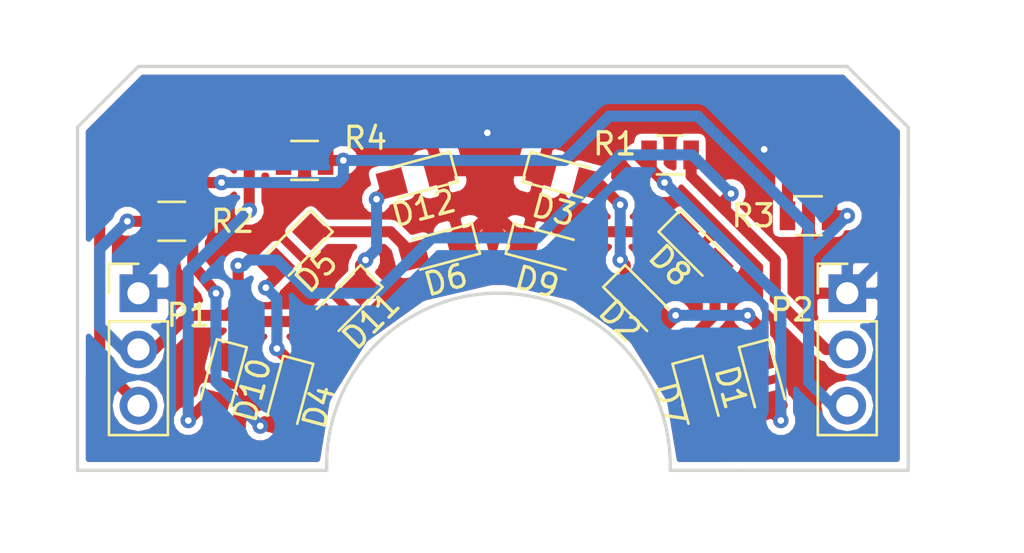
<source format=kicad_pcb>
(kicad_pcb (version 20160815) (host pcbnew "(2017-01-21 revision 3344921)-master")

  (general
    (links 23)
    (no_connects 0)
    (area 102.174999 116.424999 139.825001 134.825001)
    (thickness 1.6)
    (drawings 13)
    (tracks 158)
    (zones 0)
    (modules 18)
    (nets 16)
  )

  (page A4)
  (layers
    (0 F.Cu signal)
    (31 B.Cu signal)
    (32 B.Adhes user)
    (33 F.Adhes user)
    (34 B.Paste user)
    (35 F.Paste user)
    (36 B.SilkS user)
    (37 F.SilkS user)
    (38 B.Mask user)
    (39 F.Mask user)
    (40 Dwgs.User user)
    (41 Cmts.User user)
    (42 Eco1.User user)
    (43 Eco2.User user)
    (44 Edge.Cuts user)
    (45 Margin user)
    (46 B.CrtYd user)
    (47 F.CrtYd user)
    (48 B.Fab user)
    (49 F.Fab user)
  )

  (setup
    (last_trace_width 0.5)
    (user_trace_width 0.5)
    (user_trace_width 0.8)
    (user_trace_width 1)
    (trace_clearance 0.3)
    (zone_clearance 0.3)
    (zone_45_only no)
    (trace_min 0.2)
    (segment_width 0.2)
    (edge_width 0.15)
    (via_size 0.7)
    (via_drill 0.3)
    (via_min_size 0.4)
    (via_min_drill 0.3)
    (uvia_size 0.3)
    (uvia_drill 0.1)
    (uvias_allowed no)
    (uvia_min_size 0.2)
    (uvia_min_drill 0.1)
    (pcb_text_width 0.3)
    (pcb_text_size 1.5 1.5)
    (mod_edge_width 0.15)
    (mod_text_size 1 1)
    (mod_text_width 0.15)
    (pad_size 1.524 1.524)
    (pad_drill 0.762)
    (pad_to_mask_clearance 0.2)
    (aux_axis_origin 0 0)
    (visible_elements 7FFFF7FF)
    (pcbplotparams
      (layerselection 0x010f0_80000001)
      (usegerberextensions false)
      (excludeedgelayer true)
      (linewidth 0.100000)
      (plotframeref false)
      (viasonmask false)
      (mode 1)
      (useauxorigin false)
      (hpglpennumber 1)
      (hpglpenspeed 20)
      (hpglpendiameter 15)
      (psnegative false)
      (psa4output false)
      (plotreference true)
      (plotvalue true)
      (plotinvisibletext false)
      (padsonsilk false)
      (subtractmaskfromsilk false)
      (outputformat 2)
      (mirror false)
      (drillshape 1)
      (scaleselection 1)
      (outputdirectory ""))
  )

  (net 0 "")
  (net 1 "Net-(D1-Pad2)")
  (net 2 "Net-(D1-Pad1)")
  (net 3 "Net-(D2-Pad1)")
  (net 4 GND)
  (net 5 "Net-(D4-Pad2)")
  (net 6 "Net-(D4-Pad1)")
  (net 7 "Net-(D5-Pad1)")
  (net 8 "Net-(D7-Pad2)")
  (net 9 "Net-(D7-Pad1)")
  (net 10 "Net-(D8-Pad1)")
  (net 11 "Net-(D10-Pad2)")
  (net 12 "Net-(D10-Pad1)")
  (net 13 "Net-(D11-Pad1)")
  (net 14 /GREEN_VCC)
  (net 15 /RED_VCC)

  (net_class Default "Dies ist die voreingestellte Netzklasse."
    (clearance 0.3)
    (trace_width 0.5)
    (via_dia 0.7)
    (via_drill 0.3)
    (uvia_dia 0.3)
    (uvia_drill 0.1)
    (add_net /GREEN_VCC)
    (add_net /RED_VCC)
    (add_net GND)
    (add_net "Net-(D1-Pad1)")
    (add_net "Net-(D1-Pad2)")
    (add_net "Net-(D10-Pad1)")
    (add_net "Net-(D10-Pad2)")
    (add_net "Net-(D11-Pad1)")
    (add_net "Net-(D2-Pad1)")
    (add_net "Net-(D4-Pad1)")
    (add_net "Net-(D4-Pad2)")
    (add_net "Net-(D5-Pad1)")
    (add_net "Net-(D7-Pad1)")
    (add_net "Net-(D7-Pad2)")
    (add_net "Net-(D8-Pad1)")
  )

  (module LEDs:LED_0805 (layer F.Cu) (tedit 58B017DE) (tstamp 58AFFF8A)
    (at 133.25 130.75 285)
    (descr "LED 0805 smd package")
    (tags "LED led 0805 SMD smd SMT smt smdled SMDLED smtled SMTLED")
    (path /583D2D61)
    (attr smd)
    (fp_text reference D1 (at -0.146747 1.513594 285) (layer F.SilkS)
      (effects (font (size 1 1) (thickness 0.15)))
    )
    (fp_text value GREEN (at 0 1.55 285) (layer F.Fab)
      (effects (font (size 1 1) (thickness 0.15)))
    )
    (fp_line (start -1.8 -0.7) (end -1.8 0.7) (layer F.SilkS) (width 0.12))
    (fp_line (start -0.4 -0.4) (end -0.4 0.4) (layer F.Fab) (width 0.1))
    (fp_line (start -0.4 0) (end 0.2 -0.4) (layer F.Fab) (width 0.1))
    (fp_line (start 0.2 0.4) (end -0.4 0) (layer F.Fab) (width 0.1))
    (fp_line (start 0.2 -0.4) (end 0.2 0.4) (layer F.Fab) (width 0.1))
    (fp_line (start 1 0.6) (end -1 0.6) (layer F.Fab) (width 0.1))
    (fp_line (start 1 -0.6) (end 1 0.6) (layer F.Fab) (width 0.1))
    (fp_line (start -1 -0.6) (end 1 -0.6) (layer F.Fab) (width 0.1))
    (fp_line (start -1 0.6) (end -1 -0.6) (layer F.Fab) (width 0.1))
    (fp_line (start -1.8 0.7) (end 1 0.7) (layer F.SilkS) (width 0.12))
    (fp_line (start -1.8 -0.7) (end 1 -0.7) (layer F.SilkS) (width 0.12))
    (fp_line (start 1.95 -0.85) (end 1.95 0.85) (layer F.CrtYd) (width 0.05))
    (fp_line (start 1.95 0.85) (end -1.95 0.85) (layer F.CrtYd) (width 0.05))
    (fp_line (start -1.95 0.85) (end -1.95 -0.85) (layer F.CrtYd) (width 0.05))
    (fp_line (start -1.95 -0.85) (end 1.95 -0.85) (layer F.CrtYd) (width 0.05))
    (pad 2 smd rect (at 1.1 0 105) (size 1.2 1.2) (layers F.Cu F.Paste F.Mask)
      (net 1 "Net-(D1-Pad2)"))
    (pad 1 smd rect (at -1.1 0 105) (size 1.2 1.2) (layers F.Cu F.Paste F.Mask)
      (net 2 "Net-(D1-Pad1)"))
    (model LEDs.3dshapes/LED_0805.wrl
      (at (xyz 0 0 0))
      (scale (xyz 1 1 1))
      (rotate (xyz 0 0 180))
    )
  )

  (module LEDs:LED_0805 (layer F.Cu) (tedit 58B017B5) (tstamp 58AFFF90)
    (at 127.75 127.25 315)
    (descr "LED 0805 smd package")
    (tags "LED led 0805 SMD smd SMT smt smdled SMDLED smtled SMTLED")
    (path /583D2D20)
    (attr smd)
    (fp_text reference D2 (at -0.176777 1.237437 315) (layer F.SilkS)
      (effects (font (size 1 1) (thickness 0.15)))
    )
    (fp_text value GREEN (at 0 1.55 315) (layer F.Fab)
      (effects (font (size 1 1) (thickness 0.15)))
    )
    (fp_line (start -1.8 -0.7) (end -1.8 0.7) (layer F.SilkS) (width 0.12))
    (fp_line (start -0.4 -0.4) (end -0.4 0.4) (layer F.Fab) (width 0.1))
    (fp_line (start -0.4 0) (end 0.2 -0.4) (layer F.Fab) (width 0.1))
    (fp_line (start 0.2 0.4) (end -0.4 0) (layer F.Fab) (width 0.1))
    (fp_line (start 0.2 -0.4) (end 0.2 0.4) (layer F.Fab) (width 0.1))
    (fp_line (start 1 0.6) (end -1 0.6) (layer F.Fab) (width 0.1))
    (fp_line (start 1 -0.6) (end 1 0.6) (layer F.Fab) (width 0.1))
    (fp_line (start -1 -0.6) (end 1 -0.6) (layer F.Fab) (width 0.1))
    (fp_line (start -1 0.6) (end -1 -0.6) (layer F.Fab) (width 0.1))
    (fp_line (start -1.8 0.7) (end 1 0.7) (layer F.SilkS) (width 0.12))
    (fp_line (start -1.8 -0.7) (end 1 -0.7) (layer F.SilkS) (width 0.12))
    (fp_line (start 1.95 -0.85) (end 1.95 0.85) (layer F.CrtYd) (width 0.05))
    (fp_line (start 1.95 0.85) (end -1.95 0.85) (layer F.CrtYd) (width 0.05))
    (fp_line (start -1.95 0.85) (end -1.95 -0.85) (layer F.CrtYd) (width 0.05))
    (fp_line (start -1.95 -0.85) (end 1.95 -0.85) (layer F.CrtYd) (width 0.05))
    (pad 2 smd rect (at 1.099999 0 135) (size 1.2 1.2) (layers F.Cu F.Paste F.Mask)
      (net 2 "Net-(D1-Pad1)"))
    (pad 1 smd rect (at -1.099999 0 135) (size 1.2 1.2) (layers F.Cu F.Paste F.Mask)
      (net 3 "Net-(D2-Pad1)"))
    (model LEDs.3dshapes/LED_0805.wrl
      (at (xyz 0 0 0))
      (scale (xyz 1 1 1))
      (rotate (xyz 0 0 180))
    )
  )

  (module LEDs:LED_0805 (layer F.Cu) (tedit 58B017B0) (tstamp 58AFFF96)
    (at 124.25 121.5 345)
    (descr "LED 0805 smd package")
    (tags "LED led 0805 SMD smd SMT smt smdled SMDLED smtled SMTLED")
    (path /583D2CDC)
    (attr smd)
    (fp_text reference D3 (at -0.094734 1.578298 345) (layer F.SilkS)
      (effects (font (size 1 1) (thickness 0.15)))
    )
    (fp_text value GREEN (at 0 1.55 345) (layer F.Fab)
      (effects (font (size 1 1) (thickness 0.15)))
    )
    (fp_line (start -1.8 -0.7) (end -1.8 0.7) (layer F.SilkS) (width 0.12))
    (fp_line (start -0.4 -0.4) (end -0.4 0.4) (layer F.Fab) (width 0.1))
    (fp_line (start -0.4 0) (end 0.2 -0.4) (layer F.Fab) (width 0.1))
    (fp_line (start 0.2 0.4) (end -0.4 0) (layer F.Fab) (width 0.1))
    (fp_line (start 0.2 -0.4) (end 0.2 0.4) (layer F.Fab) (width 0.1))
    (fp_line (start 1 0.6) (end -1 0.6) (layer F.Fab) (width 0.1))
    (fp_line (start 1 -0.6) (end 1 0.6) (layer F.Fab) (width 0.1))
    (fp_line (start -1 -0.6) (end 1 -0.6) (layer F.Fab) (width 0.1))
    (fp_line (start -1 0.6) (end -1 -0.6) (layer F.Fab) (width 0.1))
    (fp_line (start -1.8 0.7) (end 1 0.7) (layer F.SilkS) (width 0.12))
    (fp_line (start -1.8 -0.7) (end 1 -0.7) (layer F.SilkS) (width 0.12))
    (fp_line (start 1.95 -0.85) (end 1.95 0.85) (layer F.CrtYd) (width 0.05))
    (fp_line (start 1.95 0.85) (end -1.95 0.85) (layer F.CrtYd) (width 0.05))
    (fp_line (start -1.95 0.85) (end -1.95 -0.85) (layer F.CrtYd) (width 0.05))
    (fp_line (start -1.95 -0.85) (end 1.95 -0.85) (layer F.CrtYd) (width 0.05))
    (pad 2 smd rect (at 1.1 0 165) (size 1.2 1.2) (layers F.Cu F.Paste F.Mask)
      (net 3 "Net-(D2-Pad1)"))
    (pad 1 smd rect (at -1.1 0 165) (size 1.2 1.2) (layers F.Cu F.Paste F.Mask)
      (net 4 GND))
    (model LEDs.3dshapes/LED_0805.wrl
      (at (xyz 0 0 0))
      (scale (xyz 1 1 1))
      (rotate (xyz 0 0 180))
    )
  )

  (module LEDs:LED_0805 (layer F.Cu) (tedit 57FE93EC) (tstamp 58AFFF9C)
    (at 111.75 131.5 255)
    (descr "LED 0805 smd package")
    (tags "LED led 0805 SMD smd SMT smt smdled SMDLED smtled SMTLED")
    (path /583D2CA1)
    (attr smd)
    (fp_text reference D4 (at 0 -1.45 255) (layer F.SilkS)
      (effects (font (size 1 1) (thickness 0.15)))
    )
    (fp_text value GREEN (at 0 1.55 255) (layer F.Fab)
      (effects (font (size 1 1) (thickness 0.15)))
    )
    (fp_line (start -1.8 -0.7) (end -1.8 0.7) (layer F.SilkS) (width 0.12))
    (fp_line (start -0.4 -0.4) (end -0.4 0.4) (layer F.Fab) (width 0.1))
    (fp_line (start -0.4 0) (end 0.2 -0.4) (layer F.Fab) (width 0.1))
    (fp_line (start 0.2 0.4) (end -0.4 0) (layer F.Fab) (width 0.1))
    (fp_line (start 0.2 -0.4) (end 0.2 0.4) (layer F.Fab) (width 0.1))
    (fp_line (start 1 0.6) (end -1 0.6) (layer F.Fab) (width 0.1))
    (fp_line (start 1 -0.6) (end 1 0.6) (layer F.Fab) (width 0.1))
    (fp_line (start -1 -0.6) (end 1 -0.6) (layer F.Fab) (width 0.1))
    (fp_line (start -1 0.6) (end -1 -0.6) (layer F.Fab) (width 0.1))
    (fp_line (start -1.8 0.7) (end 1 0.7) (layer F.SilkS) (width 0.12))
    (fp_line (start -1.8 -0.7) (end 1 -0.7) (layer F.SilkS) (width 0.12))
    (fp_line (start 1.95 -0.85) (end 1.95 0.85) (layer F.CrtYd) (width 0.05))
    (fp_line (start 1.95 0.85) (end -1.95 0.85) (layer F.CrtYd) (width 0.05))
    (fp_line (start -1.95 0.85) (end -1.95 -0.85) (layer F.CrtYd) (width 0.05))
    (fp_line (start -1.95 -0.85) (end 1.95 -0.85) (layer F.CrtYd) (width 0.05))
    (pad 2 smd rect (at 1.1 0 75) (size 1.2 1.2) (layers F.Cu F.Paste F.Mask)
      (net 5 "Net-(D4-Pad2)"))
    (pad 1 smd rect (at -1.1 0 75) (size 1.2 1.2) (layers F.Cu F.Paste F.Mask)
      (net 6 "Net-(D4-Pad1)"))
    (model LEDs.3dshapes/LED_0805.wrl
      (at (xyz 0 0 0))
      (scale (xyz 1 1 1))
      (rotate (xyz 0 0 180))
    )
  )

  (module LEDs:LED_0805 (layer F.Cu) (tedit 57FE93EC) (tstamp 58AFFFA2)
    (at 112 124.75 225)
    (descr "LED 0805 smd package")
    (tags "LED led 0805 SMD smd SMT smt smdled SMDLED smtled SMTLED")
    (path /583D2C67)
    (attr smd)
    (fp_text reference D5 (at 0 -1.45 225) (layer F.SilkS)
      (effects (font (size 1 1) (thickness 0.15)))
    )
    (fp_text value GREEN (at 0 1.55 225) (layer F.Fab)
      (effects (font (size 1 1) (thickness 0.15)))
    )
    (fp_line (start -1.8 -0.7) (end -1.8 0.7) (layer F.SilkS) (width 0.12))
    (fp_line (start -0.4 -0.4) (end -0.4 0.4) (layer F.Fab) (width 0.1))
    (fp_line (start -0.4 0) (end 0.2 -0.4) (layer F.Fab) (width 0.1))
    (fp_line (start 0.2 0.4) (end -0.4 0) (layer F.Fab) (width 0.1))
    (fp_line (start 0.2 -0.4) (end 0.2 0.4) (layer F.Fab) (width 0.1))
    (fp_line (start 1 0.6) (end -1 0.6) (layer F.Fab) (width 0.1))
    (fp_line (start 1 -0.6) (end 1 0.6) (layer F.Fab) (width 0.1))
    (fp_line (start -1 -0.6) (end 1 -0.6) (layer F.Fab) (width 0.1))
    (fp_line (start -1 0.6) (end -1 -0.6) (layer F.Fab) (width 0.1))
    (fp_line (start -1.8 0.7) (end 1 0.7) (layer F.SilkS) (width 0.12))
    (fp_line (start -1.8 -0.7) (end 1 -0.7) (layer F.SilkS) (width 0.12))
    (fp_line (start 1.95 -0.85) (end 1.95 0.85) (layer F.CrtYd) (width 0.05))
    (fp_line (start 1.95 0.85) (end -1.95 0.85) (layer F.CrtYd) (width 0.05))
    (fp_line (start -1.95 0.85) (end -1.95 -0.85) (layer F.CrtYd) (width 0.05))
    (fp_line (start -1.95 -0.85) (end 1.95 -0.85) (layer F.CrtYd) (width 0.05))
    (pad 2 smd rect (at 1.099999 0 45) (size 1.2 1.2) (layers F.Cu F.Paste F.Mask)
      (net 6 "Net-(D4-Pad1)"))
    (pad 1 smd rect (at -1.099999 0 45) (size 1.2 1.2) (layers F.Cu F.Paste F.Mask)
      (net 7 "Net-(D5-Pad1)"))
    (model LEDs.3dshapes/LED_0805.wrl
      (at (xyz 0 0 0))
      (scale (xyz 1 1 1))
      (rotate (xyz 0 0 180))
    )
  )

  (module LEDs:LED_0805 (layer F.Cu) (tedit 57FE93EC) (tstamp 58AFFFA8)
    (at 118.5 124.75 195)
    (descr "LED 0805 smd package")
    (tags "LED led 0805 SMD smd SMT smt smdled SMDLED smtled SMTLED")
    (path /583D2B87)
    (attr smd)
    (fp_text reference D6 (at 0 -1.45 195) (layer F.SilkS)
      (effects (font (size 1 1) (thickness 0.15)))
    )
    (fp_text value GREEN (at 0 1.55 195) (layer F.Fab)
      (effects (font (size 1 1) (thickness 0.15)))
    )
    (fp_line (start -1.8 -0.7) (end -1.8 0.7) (layer F.SilkS) (width 0.12))
    (fp_line (start -0.4 -0.4) (end -0.4 0.4) (layer F.Fab) (width 0.1))
    (fp_line (start -0.4 0) (end 0.2 -0.4) (layer F.Fab) (width 0.1))
    (fp_line (start 0.2 0.4) (end -0.4 0) (layer F.Fab) (width 0.1))
    (fp_line (start 0.2 -0.4) (end 0.2 0.4) (layer F.Fab) (width 0.1))
    (fp_line (start 1 0.6) (end -1 0.6) (layer F.Fab) (width 0.1))
    (fp_line (start 1 -0.6) (end 1 0.6) (layer F.Fab) (width 0.1))
    (fp_line (start -1 -0.6) (end 1 -0.6) (layer F.Fab) (width 0.1))
    (fp_line (start -1 0.6) (end -1 -0.6) (layer F.Fab) (width 0.1))
    (fp_line (start -1.8 0.7) (end 1 0.7) (layer F.SilkS) (width 0.12))
    (fp_line (start -1.8 -0.7) (end 1 -0.7) (layer F.SilkS) (width 0.12))
    (fp_line (start 1.95 -0.85) (end 1.95 0.85) (layer F.CrtYd) (width 0.05))
    (fp_line (start 1.95 0.85) (end -1.95 0.85) (layer F.CrtYd) (width 0.05))
    (fp_line (start -1.95 0.85) (end -1.95 -0.85) (layer F.CrtYd) (width 0.05))
    (fp_line (start -1.95 -0.85) (end 1.95 -0.85) (layer F.CrtYd) (width 0.05))
    (pad 2 smd rect (at 1.1 0 15) (size 1.2 1.2) (layers F.Cu F.Paste F.Mask)
      (net 7 "Net-(D5-Pad1)"))
    (pad 1 smd rect (at -1.1 0 15) (size 1.2 1.2) (layers F.Cu F.Paste F.Mask)
      (net 4 GND))
    (model LEDs.3dshapes/LED_0805.wrl
      (at (xyz 0 0 0))
      (scale (xyz 1 1 1))
      (rotate (xyz 0 0 180))
    )
  )

  (module LEDs:LED_0805 (layer F.Cu) (tedit 58B017DA) (tstamp 58AFFFAE)
    (at 130.25 131.5 285)
    (descr "LED 0805 smd package")
    (tags "LED led 0805 SMD smd SMT smt smdled SMDLED smtled SMTLED")
    (path /583D27F0)
    (attr smd)
    (fp_text reference D7 (at -0.082042 1.272112 285) (layer F.SilkS)
      (effects (font (size 1 1) (thickness 0.15)))
    )
    (fp_text value RED (at 0 1.55 285) (layer F.Fab)
      (effects (font (size 1 1) (thickness 0.15)))
    )
    (fp_line (start -1.8 -0.7) (end -1.8 0.7) (layer F.SilkS) (width 0.12))
    (fp_line (start -0.4 -0.4) (end -0.4 0.4) (layer F.Fab) (width 0.1))
    (fp_line (start -0.4 0) (end 0.2 -0.4) (layer F.Fab) (width 0.1))
    (fp_line (start 0.2 0.4) (end -0.4 0) (layer F.Fab) (width 0.1))
    (fp_line (start 0.2 -0.4) (end 0.2 0.4) (layer F.Fab) (width 0.1))
    (fp_line (start 1 0.6) (end -1 0.6) (layer F.Fab) (width 0.1))
    (fp_line (start 1 -0.6) (end 1 0.6) (layer F.Fab) (width 0.1))
    (fp_line (start -1 -0.6) (end 1 -0.6) (layer F.Fab) (width 0.1))
    (fp_line (start -1 0.6) (end -1 -0.6) (layer F.Fab) (width 0.1))
    (fp_line (start -1.8 0.7) (end 1 0.7) (layer F.SilkS) (width 0.12))
    (fp_line (start -1.8 -0.7) (end 1 -0.7) (layer F.SilkS) (width 0.12))
    (fp_line (start 1.95 -0.85) (end 1.95 0.85) (layer F.CrtYd) (width 0.05))
    (fp_line (start 1.95 0.85) (end -1.95 0.85) (layer F.CrtYd) (width 0.05))
    (fp_line (start -1.95 0.85) (end -1.95 -0.85) (layer F.CrtYd) (width 0.05))
    (fp_line (start -1.95 -0.85) (end 1.95 -0.85) (layer F.CrtYd) (width 0.05))
    (pad 2 smd rect (at 1.1 0 105) (size 1.2 1.2) (layers F.Cu F.Paste F.Mask)
      (net 8 "Net-(D7-Pad2)"))
    (pad 1 smd rect (at -1.1 0 105) (size 1.2 1.2) (layers F.Cu F.Paste F.Mask)
      (net 9 "Net-(D7-Pad1)"))
    (model LEDs.3dshapes/LED_0805.wrl
      (at (xyz 0 0 0))
      (scale (xyz 1 1 1))
      (rotate (xyz 0 0 180))
    )
  )

  (module LEDs:LED_0805 (layer F.Cu) (tedit 58B017B9) (tstamp 58AFFFB4)
    (at 130.25 124.75 315)
    (descr "LED 0805 smd package")
    (tags "LED led 0805 SMD smd SMT smt smdled SMDLED smtled SMTLED")
    (path /583D28B9)
    (attr smd)
    (fp_text reference D8 (at -0.353553 1.414214 315) (layer F.SilkS)
      (effects (font (size 1 1) (thickness 0.15)))
    )
    (fp_text value RED (at 0 1.55 315) (layer F.Fab)
      (effects (font (size 1 1) (thickness 0.15)))
    )
    (fp_line (start -1.8 -0.7) (end -1.8 0.7) (layer F.SilkS) (width 0.12))
    (fp_line (start -0.4 -0.4) (end -0.4 0.4) (layer F.Fab) (width 0.1))
    (fp_line (start -0.4 0) (end 0.2 -0.4) (layer F.Fab) (width 0.1))
    (fp_line (start 0.2 0.4) (end -0.4 0) (layer F.Fab) (width 0.1))
    (fp_line (start 0.2 -0.4) (end 0.2 0.4) (layer F.Fab) (width 0.1))
    (fp_line (start 1 0.6) (end -1 0.6) (layer F.Fab) (width 0.1))
    (fp_line (start 1 -0.6) (end 1 0.6) (layer F.Fab) (width 0.1))
    (fp_line (start -1 -0.6) (end 1 -0.6) (layer F.Fab) (width 0.1))
    (fp_line (start -1 0.6) (end -1 -0.6) (layer F.Fab) (width 0.1))
    (fp_line (start -1.8 0.7) (end 1 0.7) (layer F.SilkS) (width 0.12))
    (fp_line (start -1.8 -0.7) (end 1 -0.7) (layer F.SilkS) (width 0.12))
    (fp_line (start 1.95 -0.85) (end 1.95 0.85) (layer F.CrtYd) (width 0.05))
    (fp_line (start 1.95 0.85) (end -1.95 0.85) (layer F.CrtYd) (width 0.05))
    (fp_line (start -1.95 0.85) (end -1.95 -0.85) (layer F.CrtYd) (width 0.05))
    (fp_line (start -1.95 -0.85) (end 1.95 -0.85) (layer F.CrtYd) (width 0.05))
    (pad 2 smd rect (at 1.099999 0 135) (size 1.2 1.2) (layers F.Cu F.Paste F.Mask)
      (net 9 "Net-(D7-Pad1)"))
    (pad 1 smd rect (at -1.099999 0 135) (size 1.2 1.2) (layers F.Cu F.Paste F.Mask)
      (net 10 "Net-(D8-Pad1)"))
    (model LEDs.3dshapes/LED_0805.wrl
      (at (xyz 0 0 0))
      (scale (xyz 1 1 1))
      (rotate (xyz 0 0 180))
    )
  )

  (module LEDs:LED_0805 (layer F.Cu) (tedit 58B017AB) (tstamp 58AFFFBA)
    (at 123.5 124.75 345)
    (descr "LED 0805 smd package")
    (tags "LED led 0805 SMD smd SMT smt smdled SMDLED smtled SMTLED")
    (path /583D28D5)
    (attr smd)
    (fp_text reference D9 (at -0.094734 1.578298 345) (layer F.SilkS)
      (effects (font (size 1 1) (thickness 0.15)))
    )
    (fp_text value RED (at 0 1.55 345) (layer F.Fab)
      (effects (font (size 1 1) (thickness 0.15)))
    )
    (fp_line (start -1.8 -0.7) (end -1.8 0.7) (layer F.SilkS) (width 0.12))
    (fp_line (start -0.4 -0.4) (end -0.4 0.4) (layer F.Fab) (width 0.1))
    (fp_line (start -0.4 0) (end 0.2 -0.4) (layer F.Fab) (width 0.1))
    (fp_line (start 0.2 0.4) (end -0.4 0) (layer F.Fab) (width 0.1))
    (fp_line (start 0.2 -0.4) (end 0.2 0.4) (layer F.Fab) (width 0.1))
    (fp_line (start 1 0.6) (end -1 0.6) (layer F.Fab) (width 0.1))
    (fp_line (start 1 -0.6) (end 1 0.6) (layer F.Fab) (width 0.1))
    (fp_line (start -1 -0.6) (end 1 -0.6) (layer F.Fab) (width 0.1))
    (fp_line (start -1 0.6) (end -1 -0.6) (layer F.Fab) (width 0.1))
    (fp_line (start -1.8 0.7) (end 1 0.7) (layer F.SilkS) (width 0.12))
    (fp_line (start -1.8 -0.7) (end 1 -0.7) (layer F.SilkS) (width 0.12))
    (fp_line (start 1.95 -0.85) (end 1.95 0.85) (layer F.CrtYd) (width 0.05))
    (fp_line (start 1.95 0.85) (end -1.95 0.85) (layer F.CrtYd) (width 0.05))
    (fp_line (start -1.95 0.85) (end -1.95 -0.85) (layer F.CrtYd) (width 0.05))
    (fp_line (start -1.95 -0.85) (end 1.95 -0.85) (layer F.CrtYd) (width 0.05))
    (pad 2 smd rect (at 1.1 0 165) (size 1.2 1.2) (layers F.Cu F.Paste F.Mask)
      (net 10 "Net-(D8-Pad1)"))
    (pad 1 smd rect (at -1.1 0 165) (size 1.2 1.2) (layers F.Cu F.Paste F.Mask)
      (net 4 GND))
    (model LEDs.3dshapes/LED_0805.wrl
      (at (xyz 0 0 0))
      (scale (xyz 1 1 1))
      (rotate (xyz 0 0 180))
    )
  )

  (module LEDs:LED_0805 (layer F.Cu) (tedit 57FE93EC) (tstamp 58AFFFC0)
    (at 108.75 130.75 255)
    (descr "LED 0805 smd package")
    (tags "LED led 0805 SMD smd SMT smt smdled SMDLED smtled SMTLED")
    (path /583D29C0)
    (attr smd)
    (fp_text reference D10 (at 0 -1.45 255) (layer F.SilkS)
      (effects (font (size 1 1) (thickness 0.15)))
    )
    (fp_text value RED (at 0 1.55 255) (layer F.Fab)
      (effects (font (size 1 1) (thickness 0.15)))
    )
    (fp_line (start -1.8 -0.7) (end -1.8 0.7) (layer F.SilkS) (width 0.12))
    (fp_line (start -0.4 -0.4) (end -0.4 0.4) (layer F.Fab) (width 0.1))
    (fp_line (start -0.4 0) (end 0.2 -0.4) (layer F.Fab) (width 0.1))
    (fp_line (start 0.2 0.4) (end -0.4 0) (layer F.Fab) (width 0.1))
    (fp_line (start 0.2 -0.4) (end 0.2 0.4) (layer F.Fab) (width 0.1))
    (fp_line (start 1 0.6) (end -1 0.6) (layer F.Fab) (width 0.1))
    (fp_line (start 1 -0.6) (end 1 0.6) (layer F.Fab) (width 0.1))
    (fp_line (start -1 -0.6) (end 1 -0.6) (layer F.Fab) (width 0.1))
    (fp_line (start -1 0.6) (end -1 -0.6) (layer F.Fab) (width 0.1))
    (fp_line (start -1.8 0.7) (end 1 0.7) (layer F.SilkS) (width 0.12))
    (fp_line (start -1.8 -0.7) (end 1 -0.7) (layer F.SilkS) (width 0.12))
    (fp_line (start 1.95 -0.85) (end 1.95 0.85) (layer F.CrtYd) (width 0.05))
    (fp_line (start 1.95 0.85) (end -1.95 0.85) (layer F.CrtYd) (width 0.05))
    (fp_line (start -1.95 0.85) (end -1.95 -0.85) (layer F.CrtYd) (width 0.05))
    (fp_line (start -1.95 -0.85) (end 1.95 -0.85) (layer F.CrtYd) (width 0.05))
    (pad 2 smd rect (at 1.1 0 75) (size 1.2 1.2) (layers F.Cu F.Paste F.Mask)
      (net 11 "Net-(D10-Pad2)"))
    (pad 1 smd rect (at -1.1 0 75) (size 1.2 1.2) (layers F.Cu F.Paste F.Mask)
      (net 12 "Net-(D10-Pad1)"))
    (model LEDs.3dshapes/LED_0805.wrl
      (at (xyz 0 0 0))
      (scale (xyz 1 1 1))
      (rotate (xyz 0 0 180))
    )
  )

  (module LEDs:LED_0805 (layer F.Cu) (tedit 58B017A7) (tstamp 58AFFFC6)
    (at 114.25 127.25 225)
    (descr "LED 0805 smd package")
    (tags "LED led 0805 SMD smd SMT smt smdled SMDLED smtled SMTLED")
    (path /583D29C6)
    (attr smd)
    (fp_text reference D11 (at -0.353553 -1.414214 225) (layer F.SilkS)
      (effects (font (size 1 1) (thickness 0.15)))
    )
    (fp_text value RED (at 0 1.55 225) (layer F.Fab)
      (effects (font (size 1 1) (thickness 0.15)))
    )
    (fp_line (start -1.8 -0.7) (end -1.8 0.7) (layer F.SilkS) (width 0.12))
    (fp_line (start -0.4 -0.4) (end -0.4 0.4) (layer F.Fab) (width 0.1))
    (fp_line (start -0.4 0) (end 0.2 -0.4) (layer F.Fab) (width 0.1))
    (fp_line (start 0.2 0.4) (end -0.4 0) (layer F.Fab) (width 0.1))
    (fp_line (start 0.2 -0.4) (end 0.2 0.4) (layer F.Fab) (width 0.1))
    (fp_line (start 1 0.6) (end -1 0.6) (layer F.Fab) (width 0.1))
    (fp_line (start 1 -0.6) (end 1 0.6) (layer F.Fab) (width 0.1))
    (fp_line (start -1 -0.6) (end 1 -0.6) (layer F.Fab) (width 0.1))
    (fp_line (start -1 0.6) (end -1 -0.6) (layer F.Fab) (width 0.1))
    (fp_line (start -1.8 0.7) (end 1 0.7) (layer F.SilkS) (width 0.12))
    (fp_line (start -1.8 -0.7) (end 1 -0.7) (layer F.SilkS) (width 0.12))
    (fp_line (start 1.95 -0.85) (end 1.95 0.85) (layer F.CrtYd) (width 0.05))
    (fp_line (start 1.95 0.85) (end -1.95 0.85) (layer F.CrtYd) (width 0.05))
    (fp_line (start -1.95 0.85) (end -1.95 -0.85) (layer F.CrtYd) (width 0.05))
    (fp_line (start -1.95 -0.85) (end 1.95 -0.85) (layer F.CrtYd) (width 0.05))
    (pad 2 smd rect (at 1.099999 0 45) (size 1.2 1.2) (layers F.Cu F.Paste F.Mask)
      (net 12 "Net-(D10-Pad1)"))
    (pad 1 smd rect (at -1.099999 0 45) (size 1.2 1.2) (layers F.Cu F.Paste F.Mask)
      (net 13 "Net-(D11-Pad1)"))
    (model LEDs.3dshapes/LED_0805.wrl
      (at (xyz 0 0 0))
      (scale (xyz 1 1 1))
      (rotate (xyz 0 0 180))
    )
  )

  (module LEDs:LED_0805 (layer F.Cu) (tedit 57FE93EC) (tstamp 58AFFFCC)
    (at 117.5 121.5 195)
    (descr "LED 0805 smd package")
    (tags "LED led 0805 SMD smd SMT smt smdled SMDLED smtled SMTLED")
    (path /583D29CC)
    (attr smd)
    (fp_text reference D12 (at 0 -1.45 195) (layer F.SilkS)
      (effects (font (size 1 1) (thickness 0.15)))
    )
    (fp_text value RED (at 0 1.55 195) (layer F.Fab)
      (effects (font (size 1 1) (thickness 0.15)))
    )
    (fp_line (start -1.8 -0.7) (end -1.8 0.7) (layer F.SilkS) (width 0.12))
    (fp_line (start -0.4 -0.4) (end -0.4 0.4) (layer F.Fab) (width 0.1))
    (fp_line (start -0.4 0) (end 0.2 -0.4) (layer F.Fab) (width 0.1))
    (fp_line (start 0.2 0.4) (end -0.4 0) (layer F.Fab) (width 0.1))
    (fp_line (start 0.2 -0.4) (end 0.2 0.4) (layer F.Fab) (width 0.1))
    (fp_line (start 1 0.6) (end -1 0.6) (layer F.Fab) (width 0.1))
    (fp_line (start 1 -0.6) (end 1 0.6) (layer F.Fab) (width 0.1))
    (fp_line (start -1 -0.6) (end 1 -0.6) (layer F.Fab) (width 0.1))
    (fp_line (start -1 0.6) (end -1 -0.6) (layer F.Fab) (width 0.1))
    (fp_line (start -1.8 0.7) (end 1 0.7) (layer F.SilkS) (width 0.12))
    (fp_line (start -1.8 -0.7) (end 1 -0.7) (layer F.SilkS) (width 0.12))
    (fp_line (start 1.95 -0.85) (end 1.95 0.85) (layer F.CrtYd) (width 0.05))
    (fp_line (start 1.95 0.85) (end -1.95 0.85) (layer F.CrtYd) (width 0.05))
    (fp_line (start -1.95 0.85) (end -1.95 -0.85) (layer F.CrtYd) (width 0.05))
    (fp_line (start -1.95 -0.85) (end 1.95 -0.85) (layer F.CrtYd) (width 0.05))
    (pad 2 smd rect (at 1.1 0 15) (size 1.2 1.2) (layers F.Cu F.Paste F.Mask)
      (net 13 "Net-(D11-Pad1)"))
    (pad 1 smd rect (at -1.1 0 15) (size 1.2 1.2) (layers F.Cu F.Paste F.Mask)
      (net 4 GND))
    (model LEDs.3dshapes/LED_0805.wrl
      (at (xyz 0 0 0))
      (scale (xyz 1 1 1))
      (rotate (xyz 0 0 180))
    )
  )

  (module Socket_Strips:Socket_Strip_Straight_1x03_Pitch2.54mm (layer F.Cu) (tedit 58B017F5) (tstamp 58AFFFD3)
    (at 105 126.75)
    (descr "Through hole straight socket strip, 1x03, 2.54mm pitch, single row")
    (tags "Through hole socket strip THT 1x03 2.54mm single row")
    (path /58B001E5)
    (fp_text reference P1 (at 2.25 1) (layer F.SilkS)
      (effects (font (size 1 1) (thickness 0.15)))
    )
    (fp_text value CONN_01X03 (at 0 7.41) (layer F.Fab)
      (effects (font (size 1 1) (thickness 0.15)))
    )
    (fp_line (start -1.27 -1.27) (end -1.27 6.35) (layer F.Fab) (width 0.1))
    (fp_line (start -1.27 6.35) (end 1.27 6.35) (layer F.Fab) (width 0.1))
    (fp_line (start 1.27 6.35) (end 1.27 -1.27) (layer F.Fab) (width 0.1))
    (fp_line (start 1.27 -1.27) (end -1.27 -1.27) (layer F.Fab) (width 0.1))
    (fp_line (start -1.33 1.27) (end -1.33 6.41) (layer F.SilkS) (width 0.12))
    (fp_line (start -1.33 6.41) (end 1.33 6.41) (layer F.SilkS) (width 0.12))
    (fp_line (start 1.33 6.41) (end 1.33 1.27) (layer F.SilkS) (width 0.12))
    (fp_line (start 1.33 1.27) (end -1.33 1.27) (layer F.SilkS) (width 0.12))
    (fp_line (start -1.33 0) (end -1.33 -1.33) (layer F.SilkS) (width 0.12))
    (fp_line (start -1.33 -1.33) (end 0 -1.33) (layer F.SilkS) (width 0.12))
    (fp_line (start -1.55 -1.55) (end -1.55 6.6) (layer F.CrtYd) (width 0.05))
    (fp_line (start -1.55 6.6) (end 1.55 6.6) (layer F.CrtYd) (width 0.05))
    (fp_line (start 1.55 6.6) (end 1.55 -1.55) (layer F.CrtYd) (width 0.05))
    (fp_line (start 1.55 -1.55) (end -1.55 -1.55) (layer F.CrtYd) (width 0.05))
    (pad 1 thru_hole rect (at 0 0) (size 1.7 1.7) (drill 1) (layers *.Cu *.Mask)
      (net 4 GND))
    (pad 2 thru_hole oval (at 0 2.54) (size 1.7 1.7) (drill 1) (layers *.Cu *.Mask)
      (net 14 /GREEN_VCC))
    (pad 3 thru_hole oval (at 0 5.08) (size 1.7 1.7) (drill 1) (layers *.Cu *.Mask)
      (net 15 /RED_VCC))
    (model Socket_Strips.3dshapes/Socket_Strip_Straight_1x03_Pitch2.54mm.wrl
      (at (xyz 0 -0.1 0))
      (scale (xyz 1 1 1))
      (rotate (xyz 0 0 270))
    )
  )

  (module Socket_Strips:Socket_Strip_Straight_1x03_Pitch2.54mm (layer F.Cu) (tedit 58B017F8) (tstamp 58AFFFDA)
    (at 137 126.75)
    (descr "Through hole straight socket strip, 1x03, 2.54mm pitch, single row")
    (tags "Through hole socket strip THT 1x03 2.54mm single row")
    (path /58B0073D)
    (fp_text reference P2 (at -2.5 0.75) (layer F.SilkS)
      (effects (font (size 1 1) (thickness 0.15)))
    )
    (fp_text value CONN_01X03 (at 0 7.41) (layer F.Fab)
      (effects (font (size 1 1) (thickness 0.15)))
    )
    (fp_line (start -1.27 -1.27) (end -1.27 6.35) (layer F.Fab) (width 0.1))
    (fp_line (start -1.27 6.35) (end 1.27 6.35) (layer F.Fab) (width 0.1))
    (fp_line (start 1.27 6.35) (end 1.27 -1.27) (layer F.Fab) (width 0.1))
    (fp_line (start 1.27 -1.27) (end -1.27 -1.27) (layer F.Fab) (width 0.1))
    (fp_line (start -1.33 1.27) (end -1.33 6.41) (layer F.SilkS) (width 0.12))
    (fp_line (start -1.33 6.41) (end 1.33 6.41) (layer F.SilkS) (width 0.12))
    (fp_line (start 1.33 6.41) (end 1.33 1.27) (layer F.SilkS) (width 0.12))
    (fp_line (start 1.33 1.27) (end -1.33 1.27) (layer F.SilkS) (width 0.12))
    (fp_line (start -1.33 0) (end -1.33 -1.33) (layer F.SilkS) (width 0.12))
    (fp_line (start -1.33 -1.33) (end 0 -1.33) (layer F.SilkS) (width 0.12))
    (fp_line (start -1.55 -1.55) (end -1.55 6.6) (layer F.CrtYd) (width 0.05))
    (fp_line (start -1.55 6.6) (end 1.55 6.6) (layer F.CrtYd) (width 0.05))
    (fp_line (start 1.55 6.6) (end 1.55 -1.55) (layer F.CrtYd) (width 0.05))
    (fp_line (start 1.55 -1.55) (end -1.55 -1.55) (layer F.CrtYd) (width 0.05))
    (pad 1 thru_hole rect (at 0 0) (size 1.7 1.7) (drill 1) (layers *.Cu *.Mask)
      (net 4 GND))
    (pad 2 thru_hole oval (at 0 2.54) (size 1.7 1.7) (drill 1) (layers *.Cu *.Mask)
      (net 14 /GREEN_VCC))
    (pad 3 thru_hole oval (at 0 5.08) (size 1.7 1.7) (drill 1) (layers *.Cu *.Mask)
      (net 15 /RED_VCC))
    (model Socket_Strips.3dshapes/Socket_Strip_Straight_1x03_Pitch2.54mm.wrl
      (at (xyz 0 -0.1 0))
      (scale (xyz 1 1 1))
      (rotate (xyz 0 0 270))
    )
  )

  (module Resistors_SMD:R_0805 (layer F.Cu) (tedit 58B01822) (tstamp 58AFFFE0)
    (at 129 120.5)
    (descr "Resistor SMD 0805, reflow soldering, Vishay (see dcrcw.pdf)")
    (tags "resistor 0805")
    (path /583D2B6A)
    (attr smd)
    (fp_text reference R1 (at -2.5 -0.5) (layer F.SilkS)
      (effects (font (size 1 1) (thickness 0.15)))
    )
    (fp_text value R (at 0 1.75) (layer F.Fab)
      (effects (font (size 1 1) (thickness 0.15)))
    )
    (fp_text user %R (at 0 -1.65) (layer F.Fab)
      (effects (font (size 1 1) (thickness 0.15)))
    )
    (fp_line (start -1 0.62) (end -1 -0.62) (layer F.Fab) (width 0.1))
    (fp_line (start 1 0.62) (end -1 0.62) (layer F.Fab) (width 0.1))
    (fp_line (start 1 -0.62) (end 1 0.62) (layer F.Fab) (width 0.1))
    (fp_line (start -1 -0.62) (end 1 -0.62) (layer F.Fab) (width 0.1))
    (fp_line (start 0.6 0.88) (end -0.6 0.88) (layer F.SilkS) (width 0.12))
    (fp_line (start -0.6 -0.88) (end 0.6 -0.88) (layer F.SilkS) (width 0.12))
    (fp_line (start -1.55 -0.9) (end 1.55 -0.9) (layer F.CrtYd) (width 0.05))
    (fp_line (start -1.55 -0.9) (end -1.55 0.9) (layer F.CrtYd) (width 0.05))
    (fp_line (start 1.55 0.9) (end 1.55 -0.9) (layer F.CrtYd) (width 0.05))
    (fp_line (start 1.55 0.9) (end -1.55 0.9) (layer F.CrtYd) (width 0.05))
    (pad 1 smd rect (at -0.95 0) (size 0.7 1.3) (layers F.Cu F.Paste F.Mask)
      (net 1 "Net-(D1-Pad2)"))
    (pad 2 smd rect (at 0.95 0) (size 0.7 1.3) (layers F.Cu F.Paste F.Mask)
      (net 14 /GREEN_VCC))
    (model Resistors_SMD.3dshapes/R_0805.wrl
      (at (xyz 0 0 0))
      (scale (xyz 1 1 1))
      (rotate (xyz 0 0 0))
    )
  )

  (module Resistors_SMD:R_0805 (layer F.Cu) (tedit 58B01802) (tstamp 58AFFFE6)
    (at 106.5 123.5 180)
    (descr "Resistor SMD 0805, reflow soldering, Vishay (see dcrcw.pdf)")
    (tags "resistor 0805")
    (path /583D2B8D)
    (attr smd)
    (fp_text reference R2 (at -2.75 0 180) (layer F.SilkS)
      (effects (font (size 1 1) (thickness 0.15)))
    )
    (fp_text value R (at 0 1.75 180) (layer F.Fab)
      (effects (font (size 1 1) (thickness 0.15)))
    )
    (fp_text user %R (at 0 -1.65 180) (layer F.Fab)
      (effects (font (size 1 1) (thickness 0.15)))
    )
    (fp_line (start -1 0.62) (end -1 -0.62) (layer F.Fab) (width 0.1))
    (fp_line (start 1 0.62) (end -1 0.62) (layer F.Fab) (width 0.1))
    (fp_line (start 1 -0.62) (end 1 0.62) (layer F.Fab) (width 0.1))
    (fp_line (start -1 -0.62) (end 1 -0.62) (layer F.Fab) (width 0.1))
    (fp_line (start 0.6 0.88) (end -0.6 0.88) (layer F.SilkS) (width 0.12))
    (fp_line (start -0.6 -0.88) (end 0.6 -0.88) (layer F.SilkS) (width 0.12))
    (fp_line (start -1.55 -0.9) (end 1.55 -0.9) (layer F.CrtYd) (width 0.05))
    (fp_line (start -1.55 -0.9) (end -1.55 0.9) (layer F.CrtYd) (width 0.05))
    (fp_line (start 1.55 0.9) (end 1.55 -0.9) (layer F.CrtYd) (width 0.05))
    (fp_line (start 1.55 0.9) (end -1.55 0.9) (layer F.CrtYd) (width 0.05))
    (pad 1 smd rect (at -0.95 0 180) (size 0.7 1.3) (layers F.Cu F.Paste F.Mask)
      (net 5 "Net-(D4-Pad2)"))
    (pad 2 smd rect (at 0.95 0 180) (size 0.7 1.3) (layers F.Cu F.Paste F.Mask)
      (net 14 /GREEN_VCC))
    (model Resistors_SMD.3dshapes/R_0805.wrl
      (at (xyz 0 0 0))
      (scale (xyz 1 1 1))
      (rotate (xyz 0 0 0))
    )
  )

  (module Resistors_SMD:R_0805 (layer F.Cu) (tedit 58B017E7) (tstamp 58AFFFEC)
    (at 135.25 123.25)
    (descr "Resistor SMD 0805, reflow soldering, Vishay (see dcrcw.pdf)")
    (tags "resistor 0805")
    (path /583D291C)
    (attr smd)
    (fp_text reference R3 (at -2.5 0) (layer F.SilkS)
      (effects (font (size 1 1) (thickness 0.15)))
    )
    (fp_text value R (at 0 1.75) (layer F.Fab)
      (effects (font (size 1 1) (thickness 0.15)))
    )
    (fp_text user %R (at 0 -1.65) (layer F.Fab)
      (effects (font (size 1 1) (thickness 0.15)))
    )
    (fp_line (start -1 0.62) (end -1 -0.62) (layer F.Fab) (width 0.1))
    (fp_line (start 1 0.62) (end -1 0.62) (layer F.Fab) (width 0.1))
    (fp_line (start 1 -0.62) (end 1 0.62) (layer F.Fab) (width 0.1))
    (fp_line (start -1 -0.62) (end 1 -0.62) (layer F.Fab) (width 0.1))
    (fp_line (start 0.6 0.88) (end -0.6 0.88) (layer F.SilkS) (width 0.12))
    (fp_line (start -0.6 -0.88) (end 0.6 -0.88) (layer F.SilkS) (width 0.12))
    (fp_line (start -1.55 -0.9) (end 1.55 -0.9) (layer F.CrtYd) (width 0.05))
    (fp_line (start -1.55 -0.9) (end -1.55 0.9) (layer F.CrtYd) (width 0.05))
    (fp_line (start 1.55 0.9) (end 1.55 -0.9) (layer F.CrtYd) (width 0.05))
    (fp_line (start 1.55 0.9) (end -1.55 0.9) (layer F.CrtYd) (width 0.05))
    (pad 1 smd rect (at -0.95 0) (size 0.7 1.3) (layers F.Cu F.Paste F.Mask)
      (net 8 "Net-(D7-Pad2)"))
    (pad 2 smd rect (at 0.95 0) (size 0.7 1.3) (layers F.Cu F.Paste F.Mask)
      (net 15 /RED_VCC))
    (model Resistors_SMD.3dshapes/R_0805.wrl
      (at (xyz 0 0 0))
      (scale (xyz 1 1 1))
      (rotate (xyz 0 0 0))
    )
  )

  (module Resistors_SMD:R_0805 (layer F.Cu) (tedit 58B01826) (tstamp 58AFFFF2)
    (at 112.5 120.75)
    (descr "Resistor SMD 0805, reflow soldering, Vishay (see dcrcw.pdf)")
    (tags "resistor 0805")
    (path /583D29D2)
    (attr smd)
    (fp_text reference R4 (at 2.75 -1) (layer F.SilkS)
      (effects (font (size 1 1) (thickness 0.15)))
    )
    (fp_text value R (at 0 1.75) (layer F.Fab)
      (effects (font (size 1 1) (thickness 0.15)))
    )
    (fp_text user %R (at 0 -1.65) (layer F.Fab)
      (effects (font (size 1 1) (thickness 0.15)))
    )
    (fp_line (start -1 0.62) (end -1 -0.62) (layer F.Fab) (width 0.1))
    (fp_line (start 1 0.62) (end -1 0.62) (layer F.Fab) (width 0.1))
    (fp_line (start 1 -0.62) (end 1 0.62) (layer F.Fab) (width 0.1))
    (fp_line (start -1 -0.62) (end 1 -0.62) (layer F.Fab) (width 0.1))
    (fp_line (start 0.6 0.88) (end -0.6 0.88) (layer F.SilkS) (width 0.12))
    (fp_line (start -0.6 -0.88) (end 0.6 -0.88) (layer F.SilkS) (width 0.12))
    (fp_line (start -1.55 -0.9) (end 1.55 -0.9) (layer F.CrtYd) (width 0.05))
    (fp_line (start -1.55 -0.9) (end -1.55 0.9) (layer F.CrtYd) (width 0.05))
    (fp_line (start 1.55 0.9) (end 1.55 -0.9) (layer F.CrtYd) (width 0.05))
    (fp_line (start 1.55 0.9) (end -1.55 0.9) (layer F.CrtYd) (width 0.05))
    (pad 1 smd rect (at -0.95 0) (size 0.7 1.3) (layers F.Cu F.Paste F.Mask)
      (net 11 "Net-(D10-Pad2)"))
    (pad 2 smd rect (at 0.95 0) (size 0.7 1.3) (layers F.Cu F.Paste F.Mask)
      (net 15 /RED_VCC))
    (model Resistors_SMD.3dshapes/R_0805.wrl
      (at (xyz 0 0 0))
      (scale (xyz 1 1 1))
      (rotate (xyz 0 0 0))
    )
  )

  (gr_line (start 129.5 134.75) (end 129 134.75) (angle 90) (layer Edge.Cuts) (width 0.15))
  (gr_line (start 112.5 134.75) (end 113.5 134.75) (angle 90) (layer Edge.Cuts) (width 0.15))
  (gr_line (start 121.5 126.75) (end 121 126.75) (angle 90) (layer Edge.Cuts) (width 0.15))
  (gr_arc (start 121.25 134.5) (end 121.5 126.75) (angle 90) (layer Edge.Cuts) (width 0.15))
  (gr_arc (start 121.25 134.5) (end 113.5 134.75) (angle 90) (layer Edge.Cuts) (width 0.15))
  (gr_line (start 102.25 134.75) (end 112.5 134.75) (angle 90) (layer Edge.Cuts) (width 0.15))
  (gr_line (start 102.25 119.25) (end 102.25 134.75) (angle 90) (layer Edge.Cuts) (width 0.15))
  (gr_line (start 105 116.5) (end 102.25 119.25) (angle 90) (layer Edge.Cuts) (width 0.15))
  (gr_line (start 137 116.5) (end 105 116.5) (angle 90) (layer Edge.Cuts) (width 0.15))
  (gr_line (start 139.75 119.25) (end 137 116.5) (angle 90) (layer Edge.Cuts) (width 0.15))
  (gr_line (start 139.75 134.75) (end 139.75 119.25) (angle 90) (layer Edge.Cuts) (width 0.15))
  (gr_line (start 132 134.75) (end 139.75 134.75) (angle 90) (layer Edge.Cuts) (width 0.15))
  (gr_line (start 132 134.75) (end 129.5 134.75) (angle 90) (layer Edge.Cuts) (width 0.15))

  (segment (start 128.05 120.5) (end 127.5 120.5) (width 0.5) (layer F.Cu) (net 1))
  (segment (start 134 132.5) (end 133.534701 132.034701) (width 0.5) (layer F.Cu) (net 1) (tstamp 58B00362))
  (via (at 134 132.5) (size 0.7) (drill 0.3) (layers F.Cu B.Cu) (net 1))
  (segment (start 134 127) (end 134 132.5) (width 0.5) (layer B.Cu) (net 1) (tstamp 58B0035C))
  (segment (start 128.75 121.75) (end 134 127) (width 0.5) (layer B.Cu) (net 1) (tstamp 58B0035B))
  (via (at 128.75 121.75) (size 0.7) (drill 0.3) (layers F.Cu B.Cu) (net 1))
  (segment (start 127.5 120.5) (end 128.75 121.75) (width 0.5) (layer F.Cu) (net 1) (tstamp 58B00358))
  (segment (start 133.534701 132.034701) (end 133.534701 131.812518) (width 0.5) (layer F.Cu) (net 1) (tstamp 58B00363))
  (segment (start 128.05 120.5) (end 127.75 120.5) (width 0.5) (layer F.Cu) (net 1))
  (segment (start 134.062518 131.812518) (end 133.534701 131.812518) (width 0.5) (layer F.Cu) (net 1) (tstamp 58B00332))
  (segment (start 132.965299 129.687482) (end 132.965299 128.215299) (width 0.5) (layer F.Cu) (net 2))
  (segment (start 129.25 127.75) (end 128.972183 128.027817) (width 0.5) (layer F.Cu) (net 2) (tstamp 58B00530))
  (via (at 129.25 127.75) (size 0.7) (drill 0.3) (layers F.Cu B.Cu) (net 2))
  (segment (start 132.5 127.75) (end 129.25 127.75) (width 0.5) (layer B.Cu) (net 2) (tstamp 58B0052D))
  (via (at 132.5 127.75) (size 0.7) (drill 0.3) (layers F.Cu B.Cu) (net 2))
  (segment (start 132.965299 128.215299) (end 132.5 127.75) (width 0.5) (layer F.Cu) (net 2) (tstamp 58B00527))
  (segment (start 128.972183 128.027817) (end 128.527817 128.027817) (width 0.5) (layer F.Cu) (net 2) (tstamp 58B00531))
  (segment (start 126.972183 126.472183) (end 126.972183 125.472183) (width 0.5) (layer F.Cu) (net 3))
  (segment (start 126.75 122.75) (end 125.784701 121.784701) (width 0.5) (layer F.Cu) (net 3) (tstamp 58B00546))
  (via (at 126.75 122.75) (size 0.7) (drill 0.3) (layers F.Cu B.Cu) (net 3))
  (segment (start 126.75 125.25) (end 126.75 122.75) (width 0.5) (layer B.Cu) (net 3) (tstamp 58B00542))
  (via (at 126.75 125.25) (size 0.7) (drill 0.3) (layers F.Cu B.Cu) (net 3))
  (segment (start 126.972183 125.472183) (end 126.75 125.25) (width 0.5) (layer F.Cu) (net 3) (tstamp 58B00540))
  (segment (start 125.784701 121.784701) (end 125.312518 121.784701) (width 0.5) (layer F.Cu) (net 3) (tstamp 58B00547))
  (segment (start 120.75 119.5) (end 126 119.5) (width 0.5) (layer F.Cu) (net 4))
  (segment (start 138.5 125.25) (end 137 126.75) (width 0.5) (layer B.Cu) (net 4) (tstamp 58B00C51))
  (segment (start 138.5 123.25) (end 138.5 125.25) (width 0.5) (layer B.Cu) (net 4) (tstamp 58B00C50))
  (segment (start 137.25 122) (end 138.5 123.25) (width 0.5) (layer B.Cu) (net 4) (tstamp 58B00C4F))
  (segment (start 135 122) (end 137.25 122) (width 0.5) (layer B.Cu) (net 4) (tstamp 58B00C4E))
  (segment (start 133.25 120.25) (end 135 122) (width 0.5) (layer B.Cu) (net 4) (tstamp 58B00C4D))
  (via (at 133.25 120.25) (size 0.7) (drill 0.3) (layers F.Cu B.Cu) (net 4))
  (segment (start 131.75 120.25) (end 133.25 120.25) (width 0.5) (layer F.Cu) (net 4) (tstamp 58B00C45))
  (segment (start 130.75 119.25) (end 131.75 120.25) (width 0.5) (layer F.Cu) (net 4) (tstamp 58B00C40))
  (segment (start 126.25 119.25) (end 130.75 119.25) (width 0.5) (layer F.Cu) (net 4) (tstamp 58B00C3E))
  (segment (start 126 119.5) (end 126.25 119.25) (width 0.5) (layer F.Cu) (net 4) (tstamp 58B00C3B))
  (segment (start 118.562518 121.215299) (end 121 121.215299) (width 0.5) (layer F.Cu) (net 4))
  (segment (start 123.187482 121.215299) (end 121 121.215299) (width 0.5) (layer F.Cu) (net 4))
  (segment (start 121.25 121.25) (end 121 121.25) (width 0.5) (layer F.Cu) (net 4) (tstamp 58B00C36))
  (segment (start 121.034701 121.25) (end 121.25 121.25) (width 0.5) (layer F.Cu) (net 4) (tstamp 58B00C35))
  (segment (start 121 121.215299) (end 121.034701 121.25) (width 0.5) (layer F.Cu) (net 4) (tstamp 58B00C34))
  (segment (start 122.437482 124.465299) (end 121 123.027817) (width 0.5) (layer F.Cu) (net 4))
  (segment (start 105 126.75) (end 105 126) (width 0.5) (layer B.Cu) (net 4))
  (segment (start 105 126) (end 107.5 123.5) (width 0.5) (layer B.Cu) (net 4) (tstamp 58B00C1F))
  (segment (start 107.5 123.5) (end 107.5 121.5) (width 0.5) (layer B.Cu) (net 4) (tstamp 58B00C21))
  (segment (start 107.5 121.5) (end 109.5 119.5) (width 0.5) (layer B.Cu) (net 4) (tstamp 58B00C23))
  (segment (start 109.5 119.5) (end 120.75 119.5) (width 0.5) (layer B.Cu) (net 4) (tstamp 58B00C24))
  (via (at 120.75 119.5) (size 0.7) (drill 0.3) (layers F.Cu B.Cu) (net 4))
  (segment (start 120.75 119.5) (end 121 119.75) (width 0.5) (layer F.Cu) (net 4) (tstamp 58B00C2B))
  (segment (start 121 119.75) (end 121 121.25) (width 0.5) (layer F.Cu) (net 4) (tstamp 58B00C2C))
  (segment (start 121 121.25) (end 121 123.027817) (width 0.5) (layer F.Cu) (net 4) (tstamp 58B00C37))
  (segment (start 121 123.027817) (end 119.562518 124.465299) (width 0.5) (layer F.Cu) (net 4) (tstamp 58B00C2D))
  (segment (start 111.465299 132.562518) (end 110.687482 132.562518) (width 0.5) (layer F.Cu) (net 5))
  (segment (start 107.45 125.45) (end 107.45 123.5) (width 0.5) (layer F.Cu) (net 5) (tstamp 58B005CC))
  (segment (start 108.5 126.75) (end 107.45 125.45) (width 0.5) (layer F.Cu) (net 5) (tstamp 58B005CB))
  (via (at 108.5 126.75) (size 0.7) (drill 0.3) (layers F.Cu B.Cu) (net 5))
  (segment (start 108.5 130.75) (end 108.5 126.75) (width 0.5) (layer B.Cu) (net 5) (tstamp 58B005C7))
  (segment (start 110.5 132.75) (end 108.5 130.75) (width 0.5) (layer B.Cu) (net 5) (tstamp 58B005C6))
  (via (at 110.5 132.75) (size 0.7) (drill 0.3) (layers F.Cu B.Cu) (net 5))
  (segment (start 110.687482 132.562518) (end 110.5 132.75) (width 0.5) (layer F.Cu) (net 5) (tstamp 58B005C2))
  (segment (start 111.222183 125.527817) (end 111.222183 126.027817) (width 0.5) (layer F.Cu) (net 6))
  (segment (start 111.222183 126.027817) (end 110.75 126.5) (width 0.5) (layer F.Cu) (net 6) (tstamp 58B005DF))
  (via (at 110.75 126.5) (size 0.7) (drill 0.3) (layers F.Cu B.Cu) (net 6))
  (segment (start 110.75 126.5) (end 111.25 127) (width 0.5) (layer B.Cu) (net 6) (tstamp 58B005E1))
  (segment (start 111.25 127) (end 111.25 129.25) (width 0.5) (layer B.Cu) (net 6) (tstamp 58B005E2))
  (via (at 111.25 129.25) (size 0.7) (drill 0.3) (layers F.Cu B.Cu) (net 6))
  (segment (start 111.25 129.25) (end 112.034701 130.034701) (width 0.5) (layer F.Cu) (net 6) (tstamp 58B005E4))
  (segment (start 112.034701 130.034701) (end 112.034701 130.437482) (width 0.5) (layer F.Cu) (net 6) (tstamp 58B005E5))
  (segment (start 112.777817 123.972183) (end 116.374964 123.972183) (width 0.5) (layer F.Cu) (net 7))
  (segment (start 116.374964 123.972183) (end 117.437482 125.034701) (width 0.5) (layer F.Cu) (net 7) (tstamp 58B005D3))
  (segment (start 134.3 123.25) (end 134.3 121.2) (width 0.5) (layer F.Cu) (net 8))
  (segment (start 131.722183 133.75) (end 130.534701 132.562518) (width 0.5) (layer F.Cu) (net 8) (tstamp 58B0051F))
  (segment (start 137.5 133.75) (end 131.722183 133.75) (width 0.5) (layer F.Cu) (net 8) (tstamp 58B0050E))
  (segment (start 138.75 132.5) (end 137.5 133.75) (width 0.5) (layer F.Cu) (net 8) (tstamp 58B0050B))
  (segment (start 138.75 122.75) (end 138.75 132.5) (width 0.5) (layer F.Cu) (net 8) (tstamp 58B0050A))
  (segment (start 137.25 121.25) (end 138.75 122.75) (width 0.5) (layer F.Cu) (net 8) (tstamp 58B00508))
  (segment (start 134.35 121.25) (end 137.25 121.25) (width 0.5) (layer F.Cu) (net 8) (tstamp 58B00506))
  (segment (start 134.3 121.2) (end 134.35 121.25) (width 0.5) (layer F.Cu) (net 8) (tstamp 58B00505))
  (segment (start 129.965299 130.437482) (end 129.965299 128.784701) (width 0.5) (layer F.Cu) (net 9))
  (segment (start 131.027817 127.722183) (end 131.027817 125.527817) (width 0.5) (layer F.Cu) (net 9) (tstamp 58B00535))
  (segment (start 129.965299 128.784701) (end 131.027817 127.722183) (width 0.5) (layer F.Cu) (net 9) (tstamp 58B00534))
  (segment (start 129.472183 123.972183) (end 125.625036 123.972183) (width 0.5) (layer F.Cu) (net 10))
  (segment (start 125.625036 123.972183) (end 124.562518 125.034701) (width 0.5) (layer F.Cu) (net 10) (tstamp 58B0053A))
  (segment (start 111.55 120.75) (end 111.5 120.75) (width 0.5) (layer F.Cu) (net 11))
  (segment (start 111.5 120.75) (end 110 120.75) (width 0.5) (layer F.Cu) (net 11) (tstamp 58B00594))
  (segment (start 110 120.75) (end 110 123) (width 0.5) (layer F.Cu) (net 11) (tstamp 58B00597))
  (via (at 110 123) (size 0.7) (drill 0.3) (layers F.Cu B.Cu) (net 11))
  (segment (start 110 123) (end 107.25 125.75) (width 0.5) (layer B.Cu) (net 11) (tstamp 58B005B5))
  (segment (start 107.25 125.75) (end 107.25 132.5) (width 0.5) (layer B.Cu) (net 11) (tstamp 58B005B6))
  (via (at 107.25 132.5) (size 0.7) (drill 0.3) (layers F.Cu B.Cu) (net 11))
  (segment (start 107.25 132.5) (end 107.937482 131.812518) (width 0.5) (layer F.Cu) (net 11) (tstamp 58B005BE))
  (segment (start 107.937482 131.812518) (end 108.465299 131.812518) (width 0.5) (layer F.Cu) (net 11) (tstamp 58B005BF))
  (segment (start 109.034701 129.687482) (end 109.034701 129.215299) (width 0.5) (layer F.Cu) (net 12))
  (segment (start 109.034701 129.215299) (end 110.222183 128.027817) (width 0.5) (layer F.Cu) (net 12) (tstamp 58B005CF))
  (segment (start 110.222183 128.027817) (end 113.472183 128.027817) (width 0.5) (layer F.Cu) (net 12) (tstamp 58B005D0))
  (segment (start 115.027817 126.472183) (end 115.027817 125.472183) (width 0.5) (layer F.Cu) (net 13))
  (segment (start 115.75 122.5) (end 116.437482 121.812518) (width 0.5) (layer F.Cu) (net 13) (tstamp 58B005DB))
  (via (at 115.75 122.5) (size 0.7) (drill 0.3) (layers F.Cu B.Cu) (net 13))
  (segment (start 115.75 124.75) (end 115.75 122.5) (width 0.5) (layer B.Cu) (net 13) (tstamp 58B005D9))
  (segment (start 115.25 125.25) (end 115.75 124.75) (width 0.5) (layer B.Cu) (net 13) (tstamp 58B005D8))
  (via (at 115.25 125.25) (size 0.7) (drill 0.3) (layers F.Cu B.Cu) (net 13))
  (segment (start 115.027817 125.472183) (end 115.25 125.25) (width 0.5) (layer F.Cu) (net 13) (tstamp 58B005D6))
  (segment (start 116.437482 121.812518) (end 116.437482 121.784701) (width 0.5) (layer F.Cu) (net 13) (tstamp 58B005DC))
  (segment (start 109.5 125.75) (end 109.5 126.75) (width 0.5) (layer F.Cu) (net 14))
  (segment (start 131.5 122.5) (end 131.75 122.25) (width 0.5) (layer F.Cu) (net 14) (tstamp 58B00B74))
  (via (at 131.75 122.25) (size 0.7) (drill 0.3) (layers F.Cu B.Cu) (net 14))
  (segment (start 131.75 122.25) (end 130 120.5) (width 0.5) (layer B.Cu) (net 14) (tstamp 58B00B76))
  (segment (start 130 120.5) (end 126.75 120.5) (width 0.5) (layer B.Cu) (net 14) (tstamp 58B00B77))
  (segment (start 126.75 120.5) (end 123 124.25) (width 0.5) (layer B.Cu) (net 14) (tstamp 58B00B78))
  (segment (start 123 124.25) (end 118.25 124.25) (width 0.5) (layer B.Cu) (net 14) (tstamp 58B00B79))
  (segment (start 118.25 124.25) (end 115.75 126.75) (width 0.5) (layer B.Cu) (net 14) (tstamp 58B00B7C))
  (segment (start 115.75 126.75) (end 112.75 126.75) (width 0.5) (layer B.Cu) (net 14) (tstamp 58B00B81))
  (segment (start 112.75 126.75) (end 111.25 125.25) (width 0.5) (layer B.Cu) (net 14) (tstamp 58B00B8A))
  (segment (start 111.25 125.25) (end 110 125.25) (width 0.5) (layer B.Cu) (net 14) (tstamp 58B00B8E))
  (segment (start 110 125.25) (end 109.75 125.5) (width 0.5) (layer B.Cu) (net 14) (tstamp 58B00B8F))
  (segment (start 109.75 125.5) (end 109.5 125.5) (width 0.5) (layer B.Cu) (net 14) (tstamp 58B00B90))
  (via (at 109.5 125.5) (size 0.7) (drill 0.3) (layers F.Cu B.Cu) (net 14))
  (segment (start 109.5 125.5) (end 109.5 125.75) (width 0.5) (layer F.Cu) (net 14) (tstamp 58B00B9B))
  (segment (start 131.5 123) (end 131.5 122.5) (width 0.5) (layer F.Cu) (net 14))
  (segment (start 107.25 127.75) (end 105.71 129.29) (width 0.5) (layer F.Cu) (net 14) (tstamp 58B00BF1))
  (segment (start 109 127.75) (end 107.25 127.75) (width 0.5) (layer F.Cu) (net 14) (tstamp 58B00BEB))
  (segment (start 109.75 127) (end 109 127.75) (width 0.5) (layer F.Cu) (net 14) (tstamp 58B00BE7))
  (segment (start 109.5 126.75) (end 109.75 127) (width 0.5) (layer F.Cu) (net 14) (tstamp 58B00BC1))
  (segment (start 105.71 129.29) (end 105 129.29) (width 0.5) (layer F.Cu) (net 14) (tstamp 58B00BF3))
  (segment (start 105 129.29) (end 104.29 129.29) (width 0.5) (layer B.Cu) (net 14))
  (segment (start 104.29 129.29) (end 103.25 128.25) (width 0.5) (layer B.Cu) (net 14) (tstamp 58B00552))
  (segment (start 103.25 128.25) (end 103.25 124.75) (width 0.5) (layer B.Cu) (net 14) (tstamp 58B00553))
  (segment (start 103.25 124.75) (end 104.5 123.5) (width 0.5) (layer B.Cu) (net 14) (tstamp 58B00554))
  (via (at 104.5 123.5) (size 0.7) (drill 0.3) (layers F.Cu B.Cu) (net 14))
  (segment (start 104.5 123.5) (end 104.5 123.5) (width 0.5) (layer F.Cu) (net 14) (tstamp 58B00558))
  (segment (start 104.5 123.5) (end 105.55 123.5) (width 0.5) (layer F.Cu) (net 14) (tstamp 58B00559))
  (segment (start 137 129.29) (end 136.04 129.29) (width 0.5) (layer F.Cu) (net 14))
  (segment (start 129.95 121.45) (end 129.95 120.5) (width 0.5) (layer F.Cu) (net 14) (tstamp 58B00317))
  (segment (start 133.75 125.25) (end 131.5 123) (width 0.5) (layer F.Cu) (net 14) (tstamp 58B00314))
  (segment (start 131.5 123) (end 129.95 121.45) (width 0.5) (layer F.Cu) (net 14) (tstamp 58B00B72))
  (segment (start 133.75 127) (end 133.75 125.25) (width 0.5) (layer F.Cu) (net 14) (tstamp 58B00313))
  (segment (start 136.04 129.29) (end 133.75 127) (width 0.5) (layer F.Cu) (net 14) (tstamp 58B00312))
  (segment (start 114.25 120.75) (end 124.25 120.75) (width 0.5) (layer B.Cu) (net 15))
  (segment (start 135.25 123.75) (end 135.25 125) (width 0.5) (layer B.Cu) (net 15) (tstamp 58B005FF))
  (segment (start 130.25 118.75) (end 135.25 123.75) (width 0.5) (layer B.Cu) (net 15) (tstamp 58B005F8))
  (segment (start 126.25 118.75) (end 130.25 118.75) (width 0.5) (layer B.Cu) (net 15) (tstamp 58B005F3))
  (segment (start 124.25 120.75) (end 126.25 118.75) (width 0.5) (layer B.Cu) (net 15) (tstamp 58B005EF))
  (segment (start 105 131.83) (end 105 131.75) (width 0.5) (layer F.Cu) (net 15))
  (segment (start 105 131.75) (end 103.25 130) (width 0.5) (layer F.Cu) (net 15) (tstamp 58B00576))
  (segment (start 103.25 130) (end 103.25 123) (width 0.5) (layer F.Cu) (net 15) (tstamp 58B00577))
  (segment (start 103.25 123) (end 104.5 121.75) (width 0.5) (layer F.Cu) (net 15) (tstamp 58B0057B))
  (segment (start 104.5 121.75) (end 108.75 121.75) (width 0.5) (layer F.Cu) (net 15) (tstamp 58B00580))
  (via (at 108.75 121.75) (size 0.7) (drill 0.3) (layers F.Cu B.Cu) (net 15))
  (segment (start 108.75 121.75) (end 114 121.75) (width 0.5) (layer B.Cu) (net 15) (tstamp 58B00589))
  (segment (start 114 121.75) (end 114.25 121.5) (width 0.5) (layer B.Cu) (net 15) (tstamp 58B0058A))
  (segment (start 114.25 121.5) (end 114.25 120.75) (width 0.5) (layer B.Cu) (net 15) (tstamp 58B0058B))
  (via (at 114.25 120.75) (size 0.7) (drill 0.3) (layers F.Cu B.Cu) (net 15))
  (segment (start 114.25 120.75) (end 113.45 120.75) (width 0.5) (layer F.Cu) (net 15) (tstamp 58B00591))
  (segment (start 137 131.83) (end 136.33 131.83) (width 0.5) (layer B.Cu) (net 15))
  (segment (start 136.33 131.83) (end 135.25 130.75) (width 0.5) (layer B.Cu) (net 15) (tstamp 58B0036A))
  (segment (start 135.25 130.75) (end 135.25 125) (width 0.5) (layer B.Cu) (net 15) (tstamp 58B0036B))
  (segment (start 135.25 125) (end 137 123.25) (width 0.5) (layer B.Cu) (net 15) (tstamp 58B00373))
  (segment (start 137 123.25) (end 136.2 123.25) (width 0.5) (layer F.Cu) (net 15) (tstamp 58B00376))
  (via (at 137 123.25) (size 0.7) (drill 0.3) (layers F.Cu B.Cu) (net 15))

  (zone (net 4) (net_name GND) (layer F.Cu) (tstamp 58B00D18) (hatch edge 0.508)
    (connect_pads (clearance 0.3))
    (min_thickness 0.254)
    (fill yes (arc_segments 16) (thermal_gap 0.508) (thermal_bridge_width 0.508))
    (polygon
      (pts
        (xy 99 113.5) (xy 145 114) (xy 140.75 138.5) (xy 98.75 136)
      )
    )
    (filled_polygon
      (pts
        (xy 139.248 119.457935) (xy 139.248 122.300156) (xy 139.228711 122.271288) (xy 137.728711 120.771289) (xy 137.581337 120.672817)
        (xy 137.509077 120.624534) (xy 137.25 120.573) (xy 134.551365 120.573) (xy 134.3 120.523) (xy 134.040923 120.574534)
        (xy 133.821289 120.721289) (xy 133.674534 120.940923) (xy 133.623 121.2) (xy 133.623 122.32081) (xy 133.547775 122.433393)
        (xy 133.514635 122.6) (xy 133.514635 123.9) (xy 133.547775 124.066607) (xy 133.595589 124.138167) (xy 132.278114 122.820692)
        (xy 132.408324 122.69071) (xy 132.526865 122.405233) (xy 132.527134 122.096123) (xy 132.409092 121.81044) (xy 132.19071 121.591676)
        (xy 131.905233 121.473135) (xy 131.596123 121.472866) (xy 131.31044 121.590908) (xy 131.17927 121.721848) (xy 130.714138 121.256716)
        (xy 130.735365 121.15) (xy 130.735365 119.85) (xy 130.702225 119.683393) (xy 130.60785 119.54215) (xy 130.466607 119.447775)
        (xy 130.3 119.414635) (xy 129.6 119.414635) (xy 129.433393 119.447775) (xy 129.29215 119.54215) (xy 129.197775 119.683393)
        (xy 129.164635 119.85) (xy 129.164635 121.080849) (xy 128.94854 120.991118) (xy 128.835365 120.877943) (xy 128.835365 119.85)
        (xy 128.802225 119.683393) (xy 128.70785 119.54215) (xy 128.566607 119.447775) (xy 128.4 119.414635) (xy 127.7 119.414635)
        (xy 127.533393 119.447775) (xy 127.39215 119.54215) (xy 127.297775 119.683393) (xy 127.264635 119.85) (xy 127.264635 119.869817)
        (xy 127.240923 119.874534) (xy 127.021289 120.021289) (xy 126.874534 120.240923) (xy 126.823 120.5) (xy 126.874534 120.759077)
        (xy 127.017563 120.973135) (xy 127.021289 120.978711) (xy 127.282527 121.239949) (xy 127.297775 121.316607) (xy 127.39215 121.45785)
        (xy 127.533393 121.552225) (xy 127.610051 121.567473) (xy 127.991463 121.948885) (xy 128.090908 122.18956) (xy 128.30929 122.408324)
        (xy 128.594767 122.526865) (xy 128.903877 122.527134) (xy 129.18956 122.409092) (xy 129.408324 122.19071) (xy 129.50367 121.961092)
        (xy 131.021289 123.478711) (xy 133.073 125.530423) (xy 133.073 127) (xy 133.124534 127.259077) (xy 133.158371 127.309718)
        (xy 132.94071 127.091676) (xy 132.655233 126.973135) (xy 132.346123 126.972866) (xy 132.06044 127.090908) (xy 131.841676 127.30929)
        (xy 131.723135 127.594767) (xy 131.722866 127.903877) (xy 131.840908 128.18956) (xy 132.05929 128.408324) (xy 132.288299 128.503417)
        (xy 132.288299 128.796995) (xy 132.117771 128.842688) (xy 131.965419 128.91782) (xy 131.853415 129.045536) (xy 131.798812 129.206392)
        (xy 131.809922 129.375899) (xy 132.120505 130.53501) (xy 132.195637 130.687362) (xy 132.323353 130.799366) (xy 132.484209 130.853969)
        (xy 132.653716 130.842859) (xy 133.812827 130.532276) (xy 133.965179 130.457144) (xy 134.077183 130.329428) (xy 134.131786 130.168572)
        (xy 134.120676 129.999065) (xy 133.810093 128.839954) (xy 133.734961 128.687602) (xy 133.642299 128.60634) (xy 133.642299 128.215299)
        (xy 133.590765 127.956222) (xy 133.44401 127.736588) (xy 133.258537 127.551115) (xy 133.159478 127.311374) (xy 133.220267 127.402351)
        (xy 133.271289 127.478711) (xy 135.561289 129.768711) (xy 135.780923 129.915466) (xy 135.902777 129.939704) (xy 136.072007 130.192975)
        (xy 136.486295 130.469794) (xy 136.939791 130.56) (xy 136.486295 130.650206) (xy 136.072007 130.927025) (xy 135.795188 131.341313)
        (xy 135.697982 131.83) (xy 135.795188 132.318687) (xy 136.072007 132.732975) (xy 136.486295 133.009794) (xy 136.804053 133.073)
        (xy 134.525803 133.073) (xy 134.658324 132.94071) (xy 134.776865 132.655233) (xy 134.777134 132.346123) (xy 134.690961 132.137568)
        (xy 134.690078 132.124101) (xy 134.679437 132.084387) (xy 134.687984 132.071595) (xy 134.739518 131.812518) (xy 134.687984 131.553441)
        (xy 134.541229 131.333807) (xy 134.4646 131.282605) (xy 134.379495 130.96499) (xy 134.304363 130.812638) (xy 134.176647 130.700634)
        (xy 134.015791 130.646031) (xy 133.846284 130.657141) (xy 132.687173 130.967724) (xy 132.534821 131.042856) (xy 132.422817 131.170572)
        (xy 132.368214 131.331428) (xy 132.379324 131.500935) (xy 132.689907 132.660046) (xy 132.765039 132.812398) (xy 132.892755 132.924402)
        (xy 133.053611 132.979005) (xy 133.223118 132.967895) (xy 133.339708 132.936655) (xy 133.340908 132.93956) (xy 133.474115 133.073)
        (xy 132.002605 133.073) (xy 131.648487 132.718882) (xy 131.379495 131.71499) (xy 131.304363 131.562638) (xy 131.176647 131.450634)
        (xy 131.015791 131.396031) (xy 130.846284 131.407141) (xy 129.687173 131.717724) (xy 129.534821 131.792856) (xy 129.422817 131.920572)
        (xy 129.368214 132.081428) (xy 129.379324 132.250935) (xy 129.689907 133.410046) (xy 129.765039 133.562398) (xy 129.892755 133.674402)
        (xy 130.053611 133.729005) (xy 130.223118 133.717895) (xy 130.624978 133.610217) (xy 131.243472 134.228711) (xy 131.27234 134.248)
        (xy 129.425709 134.248) (xy 129.000993 131.683163) (xy 128.93191 131.499879) (xy 127.333027 128.931405) (xy 127.199063 128.78851)
        (xy 127.19906 128.788509) (xy 126.136444 128.027817) (xy 127.243924 128.027817) (xy 127.277064 128.194424) (xy 127.371439 128.335667)
        (xy 128.219967 129.184195) (xy 128.36121 129.27857) (xy 128.527817 129.31171) (xy 128.694424 129.27857) (xy 128.835667 129.184195)
        (xy 129.301493 128.718369) (xy 129.288299 128.784701) (xy 129.288299 129.546995) (xy 129.117771 129.592688) (xy 128.965419 129.66782)
        (xy 128.853415 129.795536) (xy 128.798812 129.956392) (xy 128.809922 130.125899) (xy 129.120505 131.28501) (xy 129.195637 131.437362)
        (xy 129.323353 131.549366) (xy 129.484209 131.603969) (xy 129.653716 131.592859) (xy 130.812827 131.282276) (xy 130.965179 131.207144)
        (xy 131.077183 131.079428) (xy 131.131786 130.918572) (xy 131.120676 130.749065) (xy 130.810093 129.589954) (xy 130.734961 129.437602)
        (xy 130.642299 129.35634) (xy 130.642299 129.065123) (xy 131.506528 128.200895) (xy 131.589813 128.07625) (xy 131.653283 127.98126)
        (xy 131.704817 127.722183) (xy 131.704817 126.315045) (xy 132.184195 125.835667) (xy 132.27857 125.694424) (xy 132.31171 125.527817)
        (xy 132.27857 125.36121) (xy 132.184195 125.219967) (xy 131.335667 124.371439) (xy 131.194424 124.277064) (xy 131.027817 124.243924)
        (xy 130.86121 124.277064) (xy 130.719967 124.371439) (xy 129.871439 125.219967) (xy 129.777064 125.36121) (xy 129.743924 125.527817)
        (xy 129.777064 125.694424) (xy 129.871439 125.835667) (xy 130.350817 126.315045) (xy 130.350817 127.44176) (xy 130.026987 127.765591)
        (xy 130.027134 127.596123) (xy 129.909092 127.31044) (xy 129.69071 127.091676) (xy 129.405233 126.973135) (xy 129.096123 126.972866)
        (xy 128.983591 127.019363) (xy 128.835667 126.871439) (xy 128.694424 126.777064) (xy 128.527817 126.743924) (xy 128.36121 126.777064)
        (xy 128.219967 126.871439) (xy 127.371439 127.719967) (xy 127.277064 127.86121) (xy 127.243924 128.027817) (xy 126.136444 128.027817)
        (xy 124.738975 127.027415) (xy 124.560525 126.946663) (xy 124.560524 126.946663) (xy 121.613759 126.261059) (xy 121.556341 126.259207)
        (xy 121.5 126.248) (xy 121 126.248) (xy 120.943659 126.259207) (xy 120.886241 126.261059) (xy 117.939475 126.946663)
        (xy 117.761025 127.027415) (xy 115.300937 128.78851) (xy 115.166973 128.931405) (xy 113.56809 131.499879) (xy 113.528857 131.603969)
        (xy 113.499007 131.683163) (xy 113.074291 134.248) (xy 102.752 134.248) (xy 102.752 130.449843) (xy 102.771289 130.478711)
        (xy 103.768427 131.475849) (xy 103.697982 131.83) (xy 103.795188 132.318687) (xy 104.072007 132.732975) (xy 104.486295 133.009794)
        (xy 104.974982 133.107) (xy 105.025018 133.107) (xy 105.513705 133.009794) (xy 105.927993 132.732975) (xy 105.980844 132.653877)
        (xy 106.472866 132.653877) (xy 106.590908 132.93956) (xy 106.80929 133.158324) (xy 107.094767 133.276865) (xy 107.403877 133.277134)
        (xy 107.68956 133.159092) (xy 107.908324 132.94071) (xy 107.985128 132.755745) (xy 108.776882 132.967895) (xy 108.946389 132.979005)
        (xy 109.107245 132.924402) (xy 109.130649 132.903877) (xy 109.722866 132.903877) (xy 109.840908 133.18956) (xy 110.05929 133.408324)
        (xy 110.344767 133.526865) (xy 110.653877 133.527134) (xy 110.815587 133.460317) (xy 111.776882 133.717895) (xy 111.946389 133.729005)
        (xy 112.107245 133.674402) (xy 112.234961 133.562398) (xy 112.310093 133.410046) (xy 112.620676 132.250935) (xy 112.631786 132.081428)
        (xy 112.577183 131.920572) (xy 112.465179 131.792856) (xy 112.312827 131.717724) (xy 111.153716 131.407141) (xy 110.984209 131.396031)
        (xy 110.823353 131.450634) (xy 110.695637 131.562638) (xy 110.620505 131.71499) (xy 110.568469 131.909191) (xy 110.428406 131.937051)
        (xy 110.374768 131.972891) (xy 110.346123 131.972866) (xy 110.06044 132.090908) (xy 109.841676 132.30929) (xy 109.723135 132.594767)
        (xy 109.722866 132.903877) (xy 109.130649 132.903877) (xy 109.234961 132.812398) (xy 109.310093 132.660046) (xy 109.620676 131.500935)
        (xy 109.631786 131.331428) (xy 109.577183 131.170572) (xy 109.465179 131.042856) (xy 109.312827 130.967724) (xy 108.153716 130.657141)
        (xy 107.984209 130.646031) (xy 107.823353 130.700634) (xy 107.695637 130.812638) (xy 107.620505 130.96499) (xy 107.5354 131.282605)
        (xy 107.45877 131.333807) (xy 107.051114 131.741463) (xy 106.81044 131.840908) (xy 106.591676 132.05929) (xy 106.473135 132.344767)
        (xy 106.472866 132.653877) (xy 105.980844 132.653877) (xy 106.204812 132.318687) (xy 106.302018 131.83) (xy 106.204812 131.341313)
        (xy 105.927993 130.927025) (xy 105.513705 130.650206) (xy 105.060209 130.56) (xy 105.513705 130.469794) (xy 105.927993 130.192975)
        (xy 106.204812 129.778687) (xy 106.211287 129.746135) (xy 107.530422 128.427) (xy 108.865578 128.427) (xy 108.752579 128.539999)
        (xy 108.723118 128.532105) (xy 108.553611 128.520995) (xy 108.392755 128.575598) (xy 108.265039 128.687602) (xy 108.189907 128.839954)
        (xy 107.879324 129.999065) (xy 107.868214 130.168572) (xy 107.922817 130.329428) (xy 108.034821 130.457144) (xy 108.187173 130.532276)
        (xy 109.346284 130.842859) (xy 109.515791 130.853969) (xy 109.676647 130.799366) (xy 109.804363 130.687362) (xy 109.879495 130.53501)
        (xy 110.190078 129.375899) (xy 110.201188 129.206392) (xy 110.150463 129.056959) (xy 110.502605 128.704817) (xy 110.696332 128.704817)
        (xy 110.591676 128.80929) (xy 110.473135 129.094767) (xy 110.472866 129.403877) (xy 110.590908 129.68956) (xy 110.80929 129.908324)
        (xy 111.05146 130.008882) (xy 111.07212 130.029542) (xy 110.879324 130.749065) (xy 110.868214 130.918572) (xy 110.922817 131.079428)
        (xy 111.034821 131.207144) (xy 111.187173 131.282276) (xy 112.346284 131.592859) (xy 112.515791 131.603969) (xy 112.676647 131.549366)
        (xy 112.804363 131.437362) (xy 112.879495 131.28501) (xy 113.190078 130.125899) (xy 113.201188 129.956392) (xy 113.146585 129.795536)
        (xy 113.034581 129.66782) (xy 112.882229 129.592688) (xy 112.428546 129.471124) (xy 112.008537 129.051115) (xy 111.909092 128.81044)
        (xy 111.803653 128.704817) (xy 112.684955 128.704817) (xy 113.164333 129.184195) (xy 113.305576 129.27857) (xy 113.472183 129.31171)
        (xy 113.63879 129.27857) (xy 113.780033 129.184195) (xy 114.628561 128.335667) (xy 114.722936 128.194424) (xy 114.756076 128.027817)
        (xy 114.722936 127.86121) (xy 114.628561 127.719967) (xy 113.780033 126.871439) (xy 113.63879 126.777064) (xy 113.472183 126.743924)
        (xy 113.305576 126.777064) (xy 113.164333 126.871439) (xy 112.684955 127.350817) (xy 110.314167 127.350817) (xy 110.375466 127.259076)
        (xy 110.388929 127.191393) (xy 110.594767 127.276865) (xy 110.903877 127.277134) (xy 111.18956 127.159092) (xy 111.408324 126.94071)
        (xy 111.508882 126.698541) (xy 111.509524 126.697899) (xy 111.530033 126.684195) (xy 112.378561 125.835667) (xy 112.472936 125.694424)
        (xy 112.506076 125.527817) (xy 112.472936 125.36121) (xy 112.378561 125.219967) (xy 111.530033 124.371439) (xy 111.38879 124.277064)
        (xy 111.222183 124.243924) (xy 111.055576 124.277064) (xy 110.914333 124.371439) (xy 110.178459 125.107313) (xy 110.159092 125.06044)
        (xy 109.94071 124.841676) (xy 109.655233 124.723135) (xy 109.346123 124.722866) (xy 109.06044 124.840908) (xy 108.841676 125.05929)
        (xy 108.723135 125.344767) (xy 108.722866 125.653877) (xy 108.823 125.896219) (xy 108.823 126.042798) (xy 108.786956 126.027831)
        (xy 108.127 125.210744) (xy 108.127 124.42919) (xy 108.202225 124.316607) (xy 108.235365 124.15) (xy 108.235365 123.972183)
        (xy 111.493924 123.972183) (xy 111.527064 124.13879) (xy 111.621439 124.280033) (xy 112.469967 125.128561) (xy 112.61121 125.222936)
        (xy 112.777817 125.256076) (xy 112.944424 125.222936) (xy 113.085667 125.128561) (xy 113.565045 124.649183) (xy 114.752063 124.649183)
        (xy 114.591676 124.80929) (xy 114.473135 125.094767) (xy 114.473124 125.107187) (xy 114.402351 125.213106) (xy 114.350817 125.472183)
        (xy 114.350817 125.684955) (xy 113.871439 126.164333) (xy 113.777064 126.305576) (xy 113.743924 126.472183) (xy 113.777064 126.63879)
        (xy 113.871439 126.780033) (xy 114.719967 127.628561) (xy 114.86121 127.722936) (xy 115.027817 127.756076) (xy 115.194424 127.722936)
        (xy 115.335667 127.628561) (xy 116.184195 126.780033) (xy 116.27857 126.63879) (xy 116.31171 126.472183) (xy 116.27857 126.305576)
        (xy 116.184195 126.164333) (xy 115.809362 125.7895) (xy 115.908324 125.69071) (xy 116.026865 125.405233) (xy 116.027134 125.096123)
        (xy 115.909092 124.81044) (xy 115.748117 124.649183) (xy 116.094542 124.649183) (xy 116.323696 124.878337) (xy 116.592688 125.882229)
        (xy 116.66782 126.034581) (xy 116.795536 126.146585) (xy 116.956392 126.201188) (xy 117.125899 126.190078) (xy 118.28501 125.879495)
        (xy 118.437362 125.804363) (xy 118.549366 125.676647) (xy 118.596635 125.537397) (xy 118.711367 125.686918) (xy 118.930142 125.813227)
        (xy 119.180599 125.8462) (xy 119.606146 125.732175) (xy 119.718399 125.537747) (xy 119.472715 124.620842) (xy 119.453397 124.626018)
        (xy 119.434395 124.555102) (xy 119.718061 124.555102) (xy 119.963745 125.472007) (xy 120.158173 125.58426) (xy 120.58372 125.470235)
        (xy 120.784136 125.31645) (xy 120.910446 125.097676) (xy 120.943419 124.847219) (xy 121.056581 124.847219) (xy 121.089554 125.097676)
        (xy 121.215864 125.31645) (xy 121.41628 125.470235) (xy 121.841827 125.58426) (xy 121.922389 125.537747) (xy 122.281601 125.537747)
        (xy 122.393854 125.732175) (xy 122.819401 125.8462) (xy 123.069858 125.813227) (xy 123.288633 125.686918) (xy 123.403365 125.537397)
        (xy 123.450634 125.676647) (xy 123.562638 125.804363) (xy 123.71499 125.879495) (xy 124.874101 126.190078) (xy 125.043608 126.201188)
        (xy 125.204464 126.146585) (xy 125.33218 126.034581) (xy 125.407312 125.882229) (xy 125.676304 124.878338) (xy 125.905459 124.649183)
        (xy 126.252063 124.649183) (xy 126.091676 124.80929) (xy 125.973135 125.094767) (xy 125.972866 125.403877) (xy 126.090908 125.68956)
        (xy 126.190656 125.789482) (xy 125.815805 126.164333) (xy 125.72143 126.305576) (xy 125.68829 126.472183) (xy 125.72143 126.63879)
        (xy 125.815805 126.780033) (xy 126.664333 127.628561) (xy 126.805576 127.722936) (xy 126.972183 127.756076) (xy 127.13879 127.722936)
        (xy 127.280033 127.628561) (xy 128.128561 126.780033) (xy 128.222936 126.63879) (xy 128.256076 126.472183) (xy 128.222936 126.305576)
        (xy 128.128561 126.164333) (xy 127.649183 125.684955) (xy 127.649183 125.472183) (xy 127.597649 125.213106) (xy 127.527124 125.107558)
        (xy 127.527134 125.096123) (xy 127.409092 124.81044) (xy 127.248117 124.649183) (xy 128.684955 124.649183) (xy 129.164333 125.128561)
        (xy 129.305576 125.222936) (xy 129.472183 125.256076) (xy 129.63879 125.222936) (xy 129.780033 125.128561) (xy 130.628561 124.280033)
        (xy 130.722936 124.13879) (xy 130.756076 123.972183) (xy 130.722936 123.805576) (xy 130.628561 123.664333) (xy 129.780033 122.815805)
        (xy 129.63879 122.72143) (xy 129.472183 122.68829) (xy 129.305576 122.72143) (xy 129.164333 122.815805) (xy 128.684955 123.295183)
        (xy 127.303668 123.295183) (xy 127.408324 123.19071) (xy 127.526865 122.905233) (xy 127.527134 122.596123) (xy 127.409092 122.31044)
        (xy 127.19071 122.091676) (xy 126.94854 121.991118) (xy 126.460001 121.502579) (xy 126.467895 121.473118) (xy 126.479005 121.303611)
        (xy 126.424402 121.142755) (xy 126.312398 121.015039) (xy 126.160046 120.939907) (xy 125.000935 120.629324) (xy 124.831428 120.618214)
        (xy 124.670572 120.672817) (xy 124.56001 120.769778) (xy 124.53541 120.582922) (xy 124.4091 120.364148) (xy 124.208684 120.210363)
        (xy 123.783137 120.096338) (xy 123.588709 120.208591) (xy 123.343025 121.125496) (xy 123.362344 121.130672) (xy 123.296603 121.376018)
        (xy 123.277285 121.370842) (xy 123.031601 122.287747) (xy 123.143854 122.482175) (xy 123.569401 122.5962) (xy 123.819858 122.563227)
        (xy 124.038633 122.436918) (xy 124.153365 122.287397) (xy 124.200634 122.426647) (xy 124.312638 122.554363) (xy 124.46499 122.629495)
        (xy 125.624101 122.940078) (xy 125.793608 122.951188) (xy 125.943041 122.900463) (xy 125.991463 122.948885) (xy 126.090908 123.18956)
        (xy 126.196347 123.295183) (xy 125.625036 123.295183) (xy 125.365959 123.346717) (xy 125.256142 123.420095) (xy 125.146324 123.493472)
        (xy 124.652794 123.987002) (xy 124.250935 123.879324) (xy 124.081428 123.868214) (xy 123.920572 123.922817) (xy 123.81001 124.019778)
        (xy 123.78541 123.832922) (xy 123.6591 123.614148) (xy 123.458684 123.460363) (xy 123.033137 123.346338) (xy 122.838709 123.458591)
        (xy 122.593025 124.375496) (xy 122.612344 124.380672) (xy 122.546603 124.626018) (xy 122.527285 124.620842) (xy 122.281601 125.537747)
        (xy 121.922389 125.537747) (xy 122.036255 125.472007) (xy 122.281939 124.555102) (xy 121.365034 124.309418) (xy 121.170606 124.421671)
        (xy 121.121963 124.603208) (xy 121.056581 124.847219) (xy 120.943419 124.847219) (xy 120.878037 124.603208) (xy 120.829394 124.421671)
        (xy 120.634966 124.309418) (xy 119.718061 124.555102) (xy 119.434395 124.555102) (xy 119.387656 124.380672) (xy 119.406975 124.375496)
        (xy 119.161291 123.458591) (xy 119.047426 123.392851) (xy 119.406637 123.392851) (xy 119.652321 124.309756) (xy 120.569226 124.064072)
        (xy 120.681479 123.869644) (xy 121.318521 123.869644) (xy 121.430774 124.064072) (xy 122.347679 124.309756) (xy 122.593363 123.392851)
        (xy 122.48111 123.198423) (xy 122.055563 123.084398) (xy 121.805106 123.117371) (xy 121.586331 123.24368) (xy 121.432546 123.444096)
        (xy 121.367164 123.688107) (xy 121.318521 123.869644) (xy 120.681479 123.869644) (xy 120.632836 123.688107) (xy 120.567454 123.444096)
        (xy 120.413669 123.24368) (xy 120.194894 123.117371) (xy 119.944437 123.084398) (xy 119.51889 123.198423) (xy 119.406637 123.392851)
        (xy 119.047426 123.392851) (xy 118.966863 123.346338) (xy 118.541316 123.460363) (xy 118.3409 123.614148) (xy 118.21459 123.832922)
        (xy 118.18999 124.019778) (xy 118.079428 123.922817) (xy 117.918572 123.868214) (xy 117.749065 123.879324) (xy 117.347205 123.987002)
        (xy 116.853675 123.493472) (xy 116.801472 123.458591) (xy 116.634041 123.346717) (xy 116.374964 123.295183) (xy 113.565045 123.295183)
        (xy 113.085667 122.815805) (xy 112.944424 122.72143) (xy 112.777817 122.68829) (xy 112.61121 122.72143) (xy 112.469967 122.815805)
        (xy 111.621439 123.664333) (xy 111.527064 123.805576) (xy 111.493924 123.972183) (xy 108.235365 123.972183) (xy 108.235365 122.85)
        (xy 108.202225 122.683393) (xy 108.10785 122.54215) (xy 107.966607 122.447775) (xy 107.862163 122.427) (xy 108.354267 122.427)
        (xy 108.594767 122.526865) (xy 108.903877 122.527134) (xy 109.18956 122.409092) (xy 109.323 122.275885) (xy 109.323 122.604267)
        (xy 109.223135 122.844767) (xy 109.222866 123.153877) (xy 109.340908 123.43956) (xy 109.55929 123.658324) (xy 109.844767 123.776865)
        (xy 110.153877 123.777134) (xy 110.43956 123.659092) (xy 110.658324 123.44071) (xy 110.776865 123.155233) (xy 110.777134 122.846123)
        (xy 110.6977 122.653877) (xy 114.972866 122.653877) (xy 115.090908 122.93956) (xy 115.30929 123.158324) (xy 115.594767 123.276865)
        (xy 115.903877 123.277134) (xy 116.18956 123.159092) (xy 116.408324 122.94071) (xy 116.443977 122.854849) (xy 117.28501 122.629495)
        (xy 117.437362 122.554363) (xy 117.549366 122.426647) (xy 117.596635 122.287397) (xy 117.711367 122.436918) (xy 117.930142 122.563227)
        (xy 118.180599 122.5962) (xy 118.606146 122.482175) (xy 118.718399 122.287747) (xy 118.472715 121.370842) (xy 118.453397 121.376018)
        (xy 118.434395 121.305102) (xy 118.718061 121.305102) (xy 118.963745 122.222007) (xy 119.158173 122.33426) (xy 119.58372 122.220235)
        (xy 119.784136 122.06645) (xy 119.910446 121.847676) (xy 119.943419 121.597219) (xy 121.806581 121.597219) (xy 121.839554 121.847676)
        (xy 121.965864 122.06645) (xy 122.16628 122.220235) (xy 122.591827 122.33426) (xy 122.786255 122.222007) (xy 123.031939 121.305102)
        (xy 122.115034 121.059418) (xy 121.920606 121.171671) (xy 121.871963 121.353208) (xy 121.806581 121.597219) (xy 119.943419 121.597219)
        (xy 119.878037 121.353208) (xy 119.829394 121.171671) (xy 119.634966 121.059418) (xy 118.718061 121.305102) (xy 118.434395 121.305102)
        (xy 118.387656 121.130672) (xy 118.406975 121.125496) (xy 118.161291 120.208591) (xy 118.047426 120.142851) (xy 118.406637 120.142851)
        (xy 118.652321 121.059756) (xy 119.569226 120.814072) (xy 119.681479 120.619644) (xy 122.068521 120.619644) (xy 122.180774 120.814072)
        (xy 123.097679 121.059756) (xy 123.343363 120.142851) (xy 123.23111 119.948423) (xy 122.805563 119.834398) (xy 122.555106 119.867371)
        (xy 122.336331 119.99368) (xy 122.182546 120.194096) (xy 122.117164 120.438107) (xy 122.068521 120.619644) (xy 119.681479 120.619644)
        (xy 119.632836 120.438107) (xy 119.567454 120.194096) (xy 119.413669 119.99368) (xy 119.194894 119.867371) (xy 118.944437 119.834398)
        (xy 118.51889 119.948423) (xy 118.406637 120.142851) (xy 118.047426 120.142851) (xy 117.966863 120.096338) (xy 117.541316 120.210363)
        (xy 117.3409 120.364148) (xy 117.21459 120.582922) (xy 117.18999 120.769778) (xy 117.079428 120.672817) (xy 116.918572 120.618214)
        (xy 116.749065 120.629324) (xy 115.589954 120.939907) (xy 115.437602 121.015039) (xy 115.325598 121.142755) (xy 115.270995 121.303611)
        (xy 115.282105 121.473118) (xy 115.373655 121.814788) (xy 115.31044 121.840908) (xy 115.091676 122.05929) (xy 114.973135 122.344767)
        (xy 114.972866 122.653877) (xy 110.6977 122.653877) (xy 110.677 122.603781) (xy 110.677 121.427) (xy 110.770006 121.427)
        (xy 110.797775 121.566607) (xy 110.89215 121.70785) (xy 111.033393 121.802225) (xy 111.2 121.835365) (xy 111.9 121.835365)
        (xy 112.066607 121.802225) (xy 112.20785 121.70785) (xy 112.302225 121.566607) (xy 112.335365 121.4) (xy 112.335365 120.1)
        (xy 112.664635 120.1) (xy 112.664635 121.4) (xy 112.697775 121.566607) (xy 112.79215 121.70785) (xy 112.933393 121.802225)
        (xy 113.1 121.835365) (xy 113.8 121.835365) (xy 113.966607 121.802225) (xy 114.10785 121.70785) (xy 114.202225 121.566607)
        (xy 114.21011 121.526965) (xy 114.403877 121.527134) (xy 114.68956 121.409092) (xy 114.908324 121.19071) (xy 115.026865 120.905233)
        (xy 115.027134 120.596123) (xy 114.909092 120.31044) (xy 114.69071 120.091676) (xy 114.405233 119.973135) (xy 114.210096 119.972965)
        (xy 114.202225 119.933393) (xy 114.10785 119.79215) (xy 113.966607 119.697775) (xy 113.8 119.664635) (xy 113.1 119.664635)
        (xy 112.933393 119.697775) (xy 112.79215 119.79215) (xy 112.697775 119.933393) (xy 112.664635 120.1) (xy 112.335365 120.1)
        (xy 112.302225 119.933393) (xy 112.20785 119.79215) (xy 112.066607 119.697775) (xy 111.9 119.664635) (xy 111.2 119.664635)
        (xy 111.033393 119.697775) (xy 110.89215 119.79215) (xy 110.797775 119.933393) (xy 110.770006 120.073) (xy 110 120.073)
        (xy 109.740923 120.124534) (xy 109.521289 120.271289) (xy 109.374534 120.490923) (xy 109.323 120.75) (xy 109.323 121.224197)
        (xy 109.19071 121.091676) (xy 108.905233 120.973135) (xy 108.596123 120.972866) (xy 108.353781 121.073) (xy 104.5 121.073)
        (xy 104.240923 121.124534) (xy 104.05315 121.25) (xy 104.021289 121.271289) (xy 102.771289 122.521289) (xy 102.752 122.550157)
        (xy 102.752 119.457936) (xy 105.207935 117.002) (xy 136.792064 117.002)
      )
    )
    (filled_polygon
      (pts
        (xy 138.073 123.030423) (xy 138.073 125.305051) (xy 137.976309 125.265) (xy 137.28575 125.265) (xy 137.127 125.42375)
        (xy 137.127 126.623) (xy 137.147 126.623) (xy 137.147 126.877) (xy 137.127 126.877) (xy 137.127 126.897)
        (xy 136.873 126.897) (xy 136.873 126.877) (xy 135.67375 126.877) (xy 135.515 127.03575) (xy 135.515 127.72631)
        (xy 135.572465 127.865043) (xy 134.427 126.719578) (xy 134.427 125.77369) (xy 135.515 125.77369) (xy 135.515 126.46425)
        (xy 135.67375 126.623) (xy 136.873 126.623) (xy 136.873 125.42375) (xy 136.71425 125.265) (xy 136.023691 125.265)
        (xy 135.790302 125.361673) (xy 135.611673 125.540301) (xy 135.515 125.77369) (xy 134.427 125.77369) (xy 134.427 125.25)
        (xy 134.421026 125.219967) (xy 134.375467 124.990924) (xy 134.228712 124.771289) (xy 133.711834 124.254411) (xy 133.783393 124.302225)
        (xy 133.95 124.335365) (xy 134.65 124.335365) (xy 134.816607 124.302225) (xy 134.95785 124.20785) (xy 135.052225 124.066607)
        (xy 135.085365 123.9) (xy 135.085365 122.6) (xy 135.414635 122.6) (xy 135.414635 123.9) (xy 135.447775 124.066607)
        (xy 135.54215 124.20785) (xy 135.683393 124.302225) (xy 135.85 124.335365) (xy 136.55 124.335365) (xy 136.716607 124.302225)
        (xy 136.85785 124.20785) (xy 136.952225 124.066607) (xy 136.96011 124.026965) (xy 137.153877 124.027134) (xy 137.43956 123.909092)
        (xy 137.658324 123.69071) (xy 137.776865 123.405233) (xy 137.777134 123.096123) (xy 137.659092 122.81044) (xy 137.44071 122.591676)
        (xy 137.155233 122.473135) (xy 136.960096 122.472965) (xy 136.952225 122.433393) (xy 136.85785 122.29215) (xy 136.716607 122.197775)
        (xy 136.55 122.164635) (xy 135.85 122.164635) (xy 135.683393 122.197775) (xy 135.54215 122.29215) (xy 135.447775 122.433393)
        (xy 135.414635 122.6) (xy 135.085365 122.6) (xy 135.052225 122.433393) (xy 134.977 122.32081) (xy 134.977 121.927)
        (xy 136.969578 121.927)
      )
    )
    (filled_polygon
      (pts
        (xy 106.933393 122.447775) (xy 106.79215 122.54215) (xy 106.697775 122.683393) (xy 106.664635 122.85) (xy 106.664635 124.15)
        (xy 106.697775 124.316607) (xy 106.773 124.42919) (xy 106.773 125.45) (xy 106.791897 125.544999) (xy 106.800637 125.641457)
        (xy 106.817465 125.673541) (xy 106.824534 125.709077) (xy 106.878345 125.789611) (xy 106.923334 125.875384) (xy 107.7229 126.865322)
        (xy 107.722866 126.903877) (xy 107.792746 127.073) (xy 107.25 127.073) (xy 106.990923 127.124534) (xy 106.819701 127.238941)
        (xy 106.771289 127.271289) (xy 106.485 127.557578) (xy 106.485 127.03575) (xy 106.32625 126.877) (xy 105.127 126.877)
        (xy 105.127 126.897) (xy 104.873 126.897) (xy 104.873 126.877) (xy 104.853 126.877) (xy 104.853 126.623)
        (xy 104.873 126.623) (xy 104.873 125.42375) (xy 105.127 125.42375) (xy 105.127 126.623) (xy 106.32625 126.623)
        (xy 106.485 126.46425) (xy 106.485 125.77369) (xy 106.388327 125.540301) (xy 106.209698 125.361673) (xy 105.976309 125.265)
        (xy 105.28575 125.265) (xy 105.127 125.42375) (xy 104.873 125.42375) (xy 104.71425 125.265) (xy 104.023691 125.265)
        (xy 103.927 125.305051) (xy 103.927 124.025803) (xy 104.05929 124.158324) (xy 104.344767 124.276865) (xy 104.653877 124.277134)
        (xy 104.779591 124.22519) (xy 104.797775 124.316607) (xy 104.89215 124.45785) (xy 105.033393 124.552225) (xy 105.2 124.585365)
        (xy 105.9 124.585365) (xy 106.066607 124.552225) (xy 106.20785 124.45785) (xy 106.302225 124.316607) (xy 106.335365 124.15)
        (xy 106.335365 122.85) (xy 106.302225 122.683393) (xy 106.20785 122.54215) (xy 106.066607 122.447775) (xy 105.962163 122.427)
        (xy 107.037837 122.427)
      )
    )
  )
  (zone (net 4) (net_name GND) (layer B.Cu) (tstamp 58B00D23) (hatch edge 0.508)
    (connect_pads (clearance 0.3))
    (min_thickness 0.254)
    (fill yes (arc_segments 16) (thermal_gap 0.508) (thermal_bridge_width 0.508))
    (polygon
      (pts
        (xy 100.75 115.5) (xy 142.25 116) (xy 140.25 136.75) (xy 101.25 135.5)
      )
    )
    (filled_polygon
      (pts
        (xy 139.248 119.457935) (xy 139.248 134.248) (xy 129.425709 134.248) (xy 129.000993 131.683163) (xy 128.93191 131.499879)
        (xy 127.333027 128.931405) (xy 127.199063 128.78851) (xy 127.19906 128.788509) (xy 125.963312 127.903877) (xy 128.472866 127.903877)
        (xy 128.590908 128.18956) (xy 128.80929 128.408324) (xy 129.094767 128.526865) (xy 129.403877 128.527134) (xy 129.646219 128.427)
        (xy 132.104267 128.427) (xy 132.344767 128.526865) (xy 132.653877 128.527134) (xy 132.93956 128.409092) (xy 133.158324 128.19071)
        (xy 133.276865 127.905233) (xy 133.277134 127.596123) (xy 133.159092 127.31044) (xy 132.94071 127.091676) (xy 132.655233 126.973135)
        (xy 132.346123 126.972866) (xy 132.103781 127.073) (xy 129.645733 127.073) (xy 129.405233 126.973135) (xy 129.096123 126.972866)
        (xy 128.81044 127.090908) (xy 128.591676 127.30929) (xy 128.473135 127.594767) (xy 128.472866 127.903877) (xy 125.963312 127.903877)
        (xy 124.738975 127.027415) (xy 124.560525 126.946663) (xy 124.560524 126.946663) (xy 121.613759 126.261059) (xy 121.556341 126.259207)
        (xy 121.5 126.248) (xy 121 126.248) (xy 120.943659 126.259207) (xy 120.886241 126.261059) (xy 117.939475 126.946663)
        (xy 117.761025 127.027415) (xy 115.300937 128.78851) (xy 115.166973 128.931405) (xy 113.56809 131.499879) (xy 113.499007 131.683163)
        (xy 113.074291 134.248) (xy 102.752 134.248) (xy 102.752 128.699843) (xy 102.771289 128.728711) (xy 103.788713 129.746135)
        (xy 103.795188 129.778687) (xy 104.072007 130.192975) (xy 104.486295 130.469794) (xy 104.939791 130.56) (xy 104.486295 130.650206)
        (xy 104.072007 130.927025) (xy 103.795188 131.341313) (xy 103.697982 131.83) (xy 103.795188 132.318687) (xy 104.072007 132.732975)
        (xy 104.486295 133.009794) (xy 104.974982 133.107) (xy 105.025018 133.107) (xy 105.513705 133.009794) (xy 105.927993 132.732975)
        (xy 105.980844 132.653877) (xy 106.472866 132.653877) (xy 106.590908 132.93956) (xy 106.80929 133.158324) (xy 107.094767 133.276865)
        (xy 107.403877 133.277134) (xy 107.68956 133.159092) (xy 107.908324 132.94071) (xy 108.026865 132.655233) (xy 108.027134 132.346123)
        (xy 107.927 132.103781) (xy 107.927 131.087598) (xy 108.005134 131.204534) (xy 108.021289 131.228711) (xy 109.741463 132.948885)
        (xy 109.840908 133.18956) (xy 110.05929 133.408324) (xy 110.344767 133.526865) (xy 110.653877 133.527134) (xy 110.93956 133.409092)
        (xy 111.158324 133.19071) (xy 111.276865 132.905233) (xy 111.277134 132.596123) (xy 111.159092 132.31044) (xy 110.94071 132.091676)
        (xy 110.69854 131.991118) (xy 109.177 130.469578) (xy 109.177 127.145733) (xy 109.276865 126.905233) (xy 109.277134 126.596123)
        (xy 109.159092 126.31044) (xy 108.94071 126.091676) (xy 108.655233 125.973135) (xy 108.346123 125.972866) (xy 108.06044 126.090908)
        (xy 107.927 126.224115) (xy 107.927 126.030422) (xy 108.801586 125.155836) (xy 108.723135 125.344767) (xy 108.722866 125.653877)
        (xy 108.840908 125.93956) (xy 109.05929 126.158324) (xy 109.344767 126.276865) (xy 109.653877 126.277134) (xy 109.93956 126.159092)
        (xy 109.964328 126.134367) (xy 110.009077 126.125466) (xy 110.085363 126.074493) (xy 109.973135 126.344767) (xy 109.972866 126.653877)
        (xy 110.090908 126.93956) (xy 110.30929 127.158324) (xy 110.55146 127.258882) (xy 110.573 127.280422) (xy 110.573 128.854267)
        (xy 110.473135 129.094767) (xy 110.472866 129.403877) (xy 110.590908 129.68956) (xy 110.80929 129.908324) (xy 111.094767 130.026865)
        (xy 111.403877 130.027134) (xy 111.68956 129.909092) (xy 111.908324 129.69071) (xy 112.026865 129.405233) (xy 112.027134 129.096123)
        (xy 111.927 128.853781) (xy 111.927 127) (xy 111.915484 126.942107) (xy 111.898302 126.855725) (xy 112.271288 127.228711)
        (xy 112.306143 127.252) (xy 112.490923 127.375466) (xy 112.75 127.427) (xy 115.75 127.427) (xy 116.009077 127.375466)
        (xy 116.228711 127.228711) (xy 118.530422 124.927) (xy 123 124.927) (xy 123.259077 124.875466) (xy 123.478711 124.728711)
        (xy 125.303545 122.903877) (xy 125.972866 122.903877) (xy 126.073 123.146219) (xy 126.073 124.854267) (xy 125.973135 125.094767)
        (xy 125.972866 125.403877) (xy 126.090908 125.68956) (xy 126.30929 125.908324) (xy 126.594767 126.026865) (xy 126.903877 126.027134)
        (xy 127.18956 125.909092) (xy 127.408324 125.69071) (xy 127.526865 125.405233) (xy 127.527134 125.096123) (xy 127.427 124.853781)
        (xy 127.427 123.145733) (xy 127.526865 122.905233) (xy 127.527134 122.596123) (xy 127.409092 122.31044) (xy 127.19071 122.091676)
        (xy 126.905233 121.973135) (xy 126.596123 121.972866) (xy 126.31044 122.090908) (xy 126.091676 122.30929) (xy 125.973135 122.594767)
        (xy 125.972866 122.903877) (xy 125.303545 122.903877) (xy 127.030422 121.177) (xy 128.224197 121.177) (xy 128.091676 121.30929)
        (xy 127.973135 121.594767) (xy 127.972866 121.903877) (xy 128.090908 122.18956) (xy 128.30929 122.408324) (xy 128.55146 122.508882)
        (xy 133.323 127.280422) (xy 133.323 132.104267) (xy 133.223135 132.344767) (xy 133.222866 132.653877) (xy 133.340908 132.93956)
        (xy 133.55929 133.158324) (xy 133.844767 133.276865) (xy 134.153877 133.277134) (xy 134.43956 133.159092) (xy 134.658324 132.94071)
        (xy 134.776865 132.655233) (xy 134.777134 132.346123) (xy 134.677 132.103781) (xy 134.677 131.087598) (xy 134.755134 131.204534)
        (xy 134.771289 131.228711) (xy 135.778781 132.236204) (xy 135.795188 132.318687) (xy 136.072007 132.732975) (xy 136.486295 133.009794)
        (xy 136.974982 133.107) (xy 137.025018 133.107) (xy 137.513705 133.009794) (xy 137.927993 132.732975) (xy 138.204812 132.318687)
        (xy 138.302018 131.83) (xy 138.204812 131.341313) (xy 137.927993 130.927025) (xy 137.513705 130.650206) (xy 137.060209 130.56)
        (xy 137.513705 130.469794) (xy 137.927993 130.192975) (xy 138.204812 129.778687) (xy 138.302018 129.29) (xy 138.204812 128.801313)
        (xy 137.927993 128.387025) (xy 137.700472 128.235) (xy 137.976309 128.235) (xy 138.209698 128.138327) (xy 138.388327 127.959699)
        (xy 138.485 127.72631) (xy 138.485 127.03575) (xy 138.32625 126.877) (xy 137.127 126.877) (xy 137.127 126.897)
        (xy 136.873 126.897) (xy 136.873 126.877) (xy 136.853 126.877) (xy 136.853 126.623) (xy 136.873 126.623)
        (xy 136.873 125.42375) (xy 137.127 125.42375) (xy 137.127 126.623) (xy 138.32625 126.623) (xy 138.485 126.46425)
        (xy 138.485 125.77369) (xy 138.388327 125.540301) (xy 138.209698 125.361673) (xy 137.976309 125.265) (xy 137.28575 125.265)
        (xy 137.127 125.42375) (xy 136.873 125.42375) (xy 136.71425 125.265) (xy 136.023691 125.265) (xy 135.927 125.305051)
        (xy 135.927 125.280422) (xy 137.198885 124.008537) (xy 137.43956 123.909092) (xy 137.658324 123.69071) (xy 137.776865 123.405233)
        (xy 137.777134 123.096123) (xy 137.659092 122.81044) (xy 137.44071 122.591676) (xy 137.155233 122.473135) (xy 136.846123 122.472866)
        (xy 136.56044 122.590908) (xy 136.341676 122.80929) (xy 136.241118 123.05146) (xy 135.845901 123.446677) (xy 135.728711 123.271289)
        (xy 130.728711 118.271289) (xy 130.509077 118.124534) (xy 130.25 118.073) (xy 126.25 118.073) (xy 125.990923 118.124534)
        (xy 125.771289 118.271289) (xy 123.969578 120.073) (xy 114.645733 120.073) (xy 114.405233 119.973135) (xy 114.096123 119.972866)
        (xy 113.81044 120.090908) (xy 113.591676 120.30929) (xy 113.473135 120.594767) (xy 113.472866 120.903877) (xy 113.542746 121.073)
        (xy 109.145733 121.073) (xy 108.905233 120.973135) (xy 108.596123 120.972866) (xy 108.31044 121.090908) (xy 108.091676 121.30929)
        (xy 107.973135 121.594767) (xy 107.972866 121.903877) (xy 108.090908 122.18956) (xy 108.30929 122.408324) (xy 108.594767 122.526865)
        (xy 108.903877 122.527134) (xy 109.146219 122.427) (xy 109.474197 122.427) (xy 109.341676 122.55929) (xy 109.241118 122.801459)
        (xy 106.771289 125.271289) (xy 106.624534 125.490923) (xy 106.573 125.75) (xy 106.573 132.104267) (xy 106.473135 132.344767)
        (xy 106.472866 132.653877) (xy 105.980844 132.653877) (xy 106.204812 132.318687) (xy 106.302018 131.83) (xy 106.204812 131.341313)
        (xy 105.927993 130.927025) (xy 105.513705 130.650206) (xy 105.060209 130.56) (xy 105.513705 130.469794) (xy 105.927993 130.192975)
        (xy 106.204812 129.778687) (xy 106.302018 129.29) (xy 106.204812 128.801313) (xy 105.927993 128.387025) (xy 105.700472 128.235)
        (xy 105.976309 128.235) (xy 106.209698 128.138327) (xy 106.388327 127.959699) (xy 106.485 127.72631) (xy 106.485 127.03575)
        (xy 106.32625 126.877) (xy 105.127 126.877) (xy 105.127 126.897) (xy 104.873 126.897) (xy 104.873 126.877)
        (xy 104.853 126.877) (xy 104.853 126.623) (xy 104.873 126.623) (xy 104.873 125.42375) (xy 105.127 125.42375)
        (xy 105.127 126.623) (xy 106.32625 126.623) (xy 106.485 126.46425) (xy 106.485 125.77369) (xy 106.388327 125.540301)
        (xy 106.209698 125.361673) (xy 105.976309 125.265) (xy 105.28575 125.265) (xy 105.127 125.42375) (xy 104.873 125.42375)
        (xy 104.71425 125.265) (xy 104.023691 125.265) (xy 103.927 125.305051) (xy 103.927 125.030422) (xy 104.698885 124.258537)
        (xy 104.93956 124.159092) (xy 105.158324 123.94071) (xy 105.276865 123.655233) (xy 105.277134 123.346123) (xy 105.159092 123.06044)
        (xy 104.94071 122.841676) (xy 104.655233 122.723135) (xy 104.346123 122.722866) (xy 104.06044 122.840908) (xy 103.841676 123.05929)
        (xy 103.741118 123.30146) (xy 102.771289 124.271289) (xy 102.752 124.300157) (xy 102.752 119.457936) (xy 105.207935 117.002)
        (xy 136.792064 117.002)
      )
    )
  )
)

</source>
